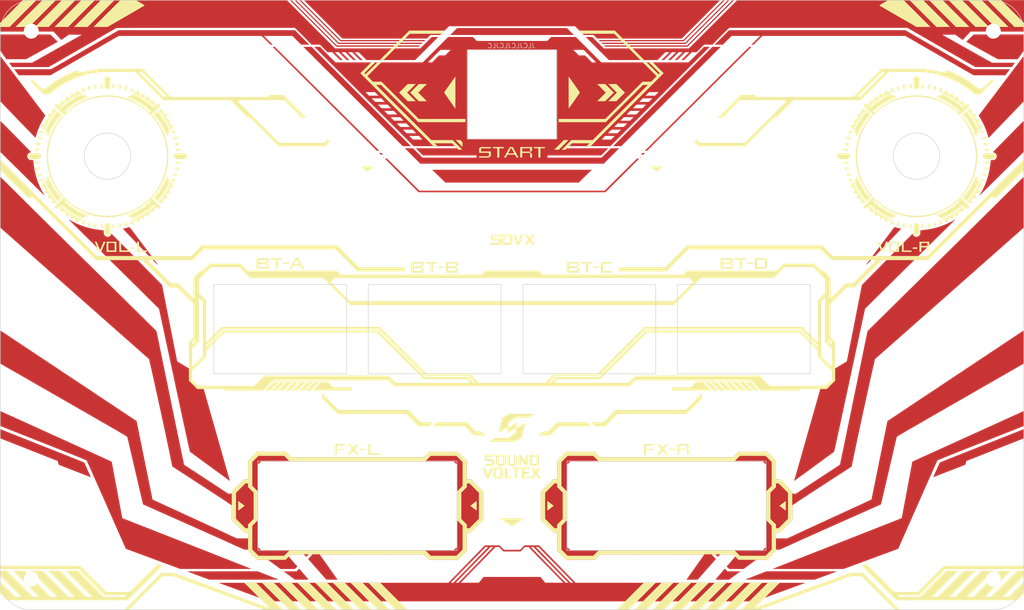
<source format=kicad_pcb>
(kicad_pcb (version 20211014) (generator pcbnew)
  (layers (0 "F.Cu" signal) (31 "B.Cu" signal) (34 "B.Paste" user) (35 "F.Paste" user) (36 "B.SilkS" user "B.Silkscreen") (37 "F.SilkS" user "F.Silkscreen") (38 "B.Mask" user) (39 "F.Mask" user) (44 "Edge.Cuts" user))
  (net 0 "")
  (footprint "Graphics:SDVX-Pico-Plate_F.Mask" (layer "F.Cu") (at 148.14 89.09)
    (fp_text reference "G***" hide)
    (fp_text value "LOGO" hide)
  )
  (footprint "Graphics:SDVX-Pico-Plate_SilkScreen" (layer "F.Cu") (at 148.14 89.09)
    (fp_text reference "G***" hide)
    (fp_text value "LOGO" hide)
  )
  (footprint "Graphics:SDVX-Pico-Plate_B.Mask" (layer "F.Cu") (at 148.14 89.09)
    (fp_text reference "G***" hide)
    (fp_text value "LOGO" hide)
  )
  (footprint "Graphics:SDVX-Pico-Plate2_EDGES-CUT_1mm" (layer "F.Cu") (at 148.138659 89.086635)
    (fp_text reference "G***" hide)
    (fp_text value "SDVX-Pico-Plate2_EDGES-CUT_1mm")
    (fp_line (start 103.86 -65.84) (end -103.89 -65.84) (layer "Edge.Cuts") (width 0.12))
    (fp_line (start 110.48 59.34) (end 110.48 -59.24) (layer "Edge.Cuts") (width 0.12))
    (fp_line (start -110.46 -59.213171) (end -110.460007 59.33) (layer "Edge.Cuts") (width 0.12))
    (fp_line (start -103.96 65.829999) (end 103.893804 65.83) (layer "Edge.Cuts") (width 0.12))
    (fp_rect (start -9.65 -55.16) (end 9.65 -35.85) (layer "Edge.Cuts") (width 0.12) (fill none))
    (fp_rect (start -54.87 33.73) (end -11.87 53.03) (layer "Edge.Cuts") (width 0.12) (fill none))
    (fp_rect (start 35.7 -4.43) (end 64.36 14.87) (layer "Edge.Cuts") (width 0.12) (fill none))
    (fp_rect (start -31.03 -4.43) (end -2.37 14.87) (layer "Edge.Cuts") (width 0.12) (fill none))
    (fp_rect (start 11.87 33.73) (end 54.87 53.03) (layer "Edge.Cuts") (width 0.12) (fill none))
    (fp_rect (start -64.36 -4.43) (end -35.7 14.87) (layer "Edge.Cuts") (width 0.12) (fill none))
    (fp_rect (start 2.37 -4.43) (end 31.03 14.87) (layer "Edge.Cuts") (width 0.12) (fill none))
    (fp_arc (start 103.86 -65.84) (mid 108.506804 -63.880855) (end 110.48 -59.24) (layer "Edge.Cuts") (width 0.12))
    (fp_arc (start 110.48 59.34) (mid 108.518174 63.936004) (end 103.893804 65.83) (layer "Edge.Cuts") (width 0.12))
    (fp_arc (start -103.96 65.829999) (mid -108.556198 63.926196) (end -110.460007 59.33) (layer "Edge.Cuts") (width 0.12))
    (fp_arc (start -110.46 -59.213171) (mid -108.523279 -63.863302) (end -103.89 -65.84) (layer "Edge.Cuts") (width 0.12))
    (fp_circle (center -87.33 -32.16) (end -82.33 -32.23) (layer "Edge.Cuts") (width 0.12) (fill none))
    (fp_circle (center 87.33 -32.16) (end 92.33 -32.23) (layer "Edge.Cuts") (width 0.12) (fill none))
    (pad "" np_thru_hole circle locked (at -103.78 -59.16) (size 3.2 3.2) (drill 3.2) (layers *.Cu *.Mask))
    (pad "" np_thru_hole circle locked (at -103.77863 59.25) (size 3.2 3.2) (drill 3.2) (layers *.Cu *.Mask))
    (pad "" np_thru_hole circle locked (at 103.90137 59.25) (size 3.2 3.2) (drill 3.2) (layers *.Cu *.Mask))
    (pad "" np_thru_hole circle locked (at -103.78 -59.16) (size 3.2 3.2) (drill 3.2) (layers *.Cu *.Mask))
    (pad "" np_thru_hole circle locked (at 103.90137 59.25) (size 3.2 3.2) (drill 3.2) (layers *.Cu *.Mask))
    (pad "" np_thru_hole circle locked (at -103.77863 59.25) (size 3.2 3.2) (drill 3.2) (layers *.Cu *.Mask))
    (pad "" np_thru_hole circle locked (at 103.9 -59.16) (size 3.2 3.2) (drill 3.2) (layers *.Cu *.Mask))
    (pad "" np_thru_hole circle locked (at 103.9 -59.16) (size 3.2 3.2) (drill 3.2) (layers *.Cu *.Mask))
  )
  (footprint "Graphics:SDVX-Pico-Plate_F.Cu" (layer "F.Cu") (at 148.14 89.09)
    (fp_text reference "G***" hide)
    (fp_text value "LOGO" hide)
    (fp_poly (pts (xy -32.552207 -45.058904) (xy -21.823949 -34.330594) (xy -23.602335 -34.330594) (xy -34.330593 -45.058904) (xy -45.058852 -55.787215) (xy -43.280465 -55.787215)) (layer "F.Cu") (width 0) (fill solid))
    (fp_poly (pts (xy -41.289498 -61.566971) (xy -36.978973 -57.256317) (xy -18.696552 -57.256317) (xy -18.827702 -57.121004) (xy -18.958851 -56.985692) (xy -37.05629 -56.985692) (xy -41.502131 -61.431659) (xy -45.947971 -65.877625) (xy -45.600022 -65.877625)) (layer "F.Cu") (width 0) (fill solid))
    (fp_poly (pts (xy 27.793811 -32.008637) (xy 27.821853 -31.993769) (xy 27.796286 -31.9545) (xy 27.777626 -31.933638) (xy 27.723833 -31.876823) (xy 27.700305 -31.856317) (xy 27.672272 -31.881328) (xy 27.622983 -31.933638) (xy 27.581987 -31.983826) (xy 27.590597 -32.00561) (xy 27.660667 -32.010843) (xy 27.700305 -32.010959)) (layer "F.Cu") (width 0) (fill solid))
    (fp_poly (pts (xy 14.401066 -26.446105) (xy -14.401065 -26.446105) (xy -15.812176 -27.834903) (xy -17.223288 -29.223701) (xy 17.223288 -29.223701)) (layer "F.Cu") (width 0) (fill solid))
    (fp_poly (pts (xy 42.217352 -61.141705) (xy 37.481549 -56.405784) (xy 19.53876 -56.405784) (xy 19.40761 -56.541096) (xy 19.276461 -56.676408) (xy 37.404232 -56.676408) (xy 42.004719 -61.277017) (xy 46.605206 -65.877625) (xy 46.953154 -65.877625)) (layer "F.Cu") (width 0) (fill solid))
    (fp_poly (pts (xy -95.298326 -18.264649) (xy -94.326206 -17.75087) (xy -93.319804 -17.305838) (xy -92.281738 -16.930354) (xy -91.214626 -16.625216) (xy -90.121086 -16.391224) (xy -89.003736 -16.229179) (xy -88.465068 -16.177614) (xy -88.146119 -16.152074) (xy -88.14527 -15.779157) (xy -88.134879 -15.527333) (xy -88.100439 -15.332585) (xy -88.035093 -15.176602) (xy -87.931984 -15.041075) (xy -87.834473 -14.949261) (xy -87.619472 -14.810332) (xy -87.391726 -14.743227) (xy -87.162756 -14.746607) (xy -86.944087 -14.819131) (xy -86.747243 -14.959457) (xy -86.634659 -15.088864) (xy -86.568485 -15.193607) (xy -86.528146 -15.283273) (xy -86.522374 -15.313108) (xy -86.50503 -15.383452) (xy -86.48721 -15.40408) (xy -86.456837 -15.379267) (xy -86.375036 -15.302035) (xy -86.244552 -15.175141) (xy -86.068128 -15.001337) (xy -85.848508 -14.78338) (xy -85.588435 -14.524023) (xy -85.290653 -14.226021) (xy -84.957906 -13.892129) (xy -84.592937 -13.525103) (xy -84.19849 -13.127695) (xy -83.77731 -12.702662) (xy -83.332139 -12.252758) (xy -82.865721 -11.780738) (xy -82.3808 -11.289356) (xy -81.88012 -10.781367) (xy -81.628131 -10.525463) (xy -81.10994 -9.99907) (xy -80.600075 -9.481149) (xy -80.101753 -8.974969) (xy -79.618192 -8.483797) (xy -79.152609 -8.010901) (xy -78.708224 -7.55955) (xy -78.288253 -7.133012) (xy -77.895914 -6.734554) (xy -77.534425 -6.367444) (xy -77.207005 -6.034952) (xy -76.916871 -5.740344) (xy -76.66724 -5.486888) (xy -76.461332 -5.277853) (xy -76.302362 -5.116508) (xy -76.193551 -5.006118) (xy -76.173253 -4.985539) (xy -75.54229 -4.345964) (xy -73.918786 3.879705) (xy -73.763939 4.664413) (xy -73.613103 5.429099) (xy -73.46696 6.170295) (xy -73.326192 6.884535) (xy -73.191479 7.56835) (xy -73.063505 8.218274) (xy -72.942949 8.83084) (xy -72.830494 9.40258) (xy -72.72682 9.930027) (xy -72.63261 10.409714) (xy -72.548545 10.838174) (xy -72.475307 11.211939) (xy -72.413576 11.527543) (xy -72.364035 11.781517) (xy -72.327364 11.970396) (xy -72.304245 12.090711) (xy -72.295361 12.138995) (xy -72.295281 12.139739) (xy -72.26324 12.166609) (xy -72.171903 12.228463) (xy -72.028453 12.320798) (xy -71.840075 12.439112) (xy -71.61395 12.5789) (xy -71.357262 12.735661) (xy -71.077193 12.90489) (xy -71.019482 12.93955) (xy -69.743683 13.704996) (xy -69.743683 16.334711) (xy -68.844523 17.233261) (xy -67.945362 18.131811) (xy -66.552565 18.131811) (xy -63.724631 28.077166) (xy -63.481572 28.932067) (xy -63.244126 29.767437) (xy -63.013156 30.58023) (xy -62.789527 31.367399) (xy -62.5741 32.125898) (xy -62.367741 32.852681) (xy -62.171314 33.5447) (xy -61.985681 34.19891) (xy -61.811707 34.812263) (xy -61.650255 35.381714) (xy -61.50219 35.904216) (xy -61.368375 36.376722) (xy -61.249673 36.796186) (xy -61.146948 37.159561) (xy -61.061065 37.463801) (xy -60.992886 37.705859) (xy -60.943277 37.88269) (xy -60.913099 37.991245) (xy -60.903218 38.028479) (xy -60.903219 38.02848) (xy -60.934398 38.008953) (xy -61.013337 37.951532) (xy -61.126875 37.865939) (xy -61.219026 37.795139) (xy -61.288921 37.742428) (xy -61.417185 37.647179) (xy -61.59971 37.512404) (xy -61.832385 37.341116) (xy -62.1111 37.136328) (xy -62.431746 36.901051) (xy -62.790213 36.638299) (xy -63.182391 36.351084) (xy -63.60417 36.042418) (xy -64.05144 35.715314) (xy -64.520092 35.372784) (xy -65.006015 35.017841) (xy -65.49102 34.663774) (xy -65.984577 34.303444) (xy -66.461474 33.955037) (xy -66.91791 33.621342) (xy -67.350087 33.305146) (xy -67.754205 33.009238) (xy -68.126466 32.736405) (xy -68.463068 32.489434) (xy -68.760215 32.271113) (xy -69.014105 32.084231) (xy -69.22094 31.931574) (xy -69.37692 31.815931) (xy -69.478247 31.740089) (xy -69.52112 31.706836) (xy -69.521757 31.70625) (xy -69.531936 31.681133) (xy -69.550293 31.616691) (xy -69.577162 31.511392) (xy -69.612879 31.363699) (xy -69.657778 31.172079) (xy -69.712194 30.934998) (xy -69.77646 30.65092) (xy -69.850913 30.318311) (xy -69.935886 29.935637) (xy -70.031714 29.501363) (xy -70.138732 29.013955) (xy -70.257274 28.471878) (xy -70.387675 27.873598) (xy -70.53027 27.21758) (xy -70.685393 26.50229) (xy -70.853379 25.726193) (xy -71.034562 24.887755) (xy -71.229278 23.985441) (xy -71.437861 23.017717) (xy -71.660645 21.983048) (xy -71.897965 20.8799) (xy -72.150155 19.706739) (xy -72.417551 18.462029) (xy -72.700487 17.144236) (xy -72.89541 16.235997) (xy -73.126117 15.16091) (xy -73.352722 14.105024) (xy -73.574686 13.07085) (xy -73.79147 12.0609) (xy -74.002534 11.077688) (xy -74.207338 10.123724) (xy -74.405342 9.201521) (xy -74.596006 8.313592) (xy -74.778792 7.462447) (xy -74.953159 6.6506) (xy -75.118567 5.880563) (xy -75.274477 5.154847) (xy -75.420349 4.475964) (xy -75.555644 3.846428) (xy -75.679821 3.268749) (xy -75.792341 2.74544) (xy -75.892664 2.279014) (xy -75.980251 1.871981) (xy -76.054561 1.526855) (xy -76.115056 1.246147) (xy -76.161195 1.03237) (xy -76.192439 0.888035) (xy -76.208248 0.815655) (xy -76.210183 0.807226) (xy -76.238066 0.778513) (xy -76.318922 0.697479) (xy -76.450713 0.566143) (xy -76.631401 0.386521) (xy -76.85895 0.160629) (xy -77.13132 -0.109516) (xy -77.446475 -0.421897) (xy -77.802377 -0.774496) (xy -78.196989 -1.165299) (xy -78.628273 -1.592286) (xy -79.094191 -2.053443) (xy -79.592706 -2.546752) (xy -80.12178 -3.070197) (xy -80.679376 -3.62176) (xy -81.263456 -4.199425) (xy -81.871983 -4.801176) (xy -82.502918 -5.424995) (xy -83.154225 -6.068865) (xy -83.823866 -6.730771) (xy -84.509802 -7.408695) (xy -85.209998 -8.10062) (xy -85.227245 -8.117663) (xy -85.936475 -8.818485) (xy -86.635673 -9.50943) (xy -87.322571 -10.188254) (xy -87.994902 -10.852716) (xy -88.650398 -11.500574) (xy -89.286791 -12.129584) (xy -89.901814 -12.737506) (xy -90.493199 -13.322098) (xy -91.058678 -13.881116) (xy -91.595983 -14.412319) (xy -92.102847 -14.913465) (xy -92.577002 -15.382311) (xy -93.016181 -15.816616) (xy -93.418114 -16.214138) (xy -93.780536 -16.572634) (xy -94.101178 -16.889862) (xy -94.377772 -17.16358) (xy -94.608052 -17.391546) (xy -94.789748 -17.571518) (xy -94.920593 -17.701254) (xy -94.989041 -17.769265) (xy -95.742922 -18.519955)) (layer "F.Cu") (width 0) (fill solid))
    (fp_poly (pts (xy 27.34597 -31.513274) (xy 20.161492 -24.359838) (xy -20.161492 -24.359838) (xy -27.34597 -31.513274) (xy -27.105338 -31.753906) (xy -25.605104 -30.280503) (xy -25.310817 -29.990872) (xy -24.971514 -29.655888) (xy -24.596719 -29.285009) (xy -24.195954 -28.887692) (xy -23.778741 -28.473395) (xy -23.354605 -28.051576) (xy -22.933066 -27.631692) (xy -22.523648 -27.223202) (xy -22.135873 -26.835562) (xy -22.055997 -26.755605) (xy -20.007123 -24.70411) (xy 20.007123 -24.70411) (xy 22.055997 -26.755605) (xy 22.437855 -27.137508) (xy 22.843411 -27.542301) (xy 23.263141 -27.960528) (xy 23.687523 -28.382729) (xy 24.107034 -28.799448) (xy 24.512152 -29.201227) (xy 24.893354 -29.578608) (xy 25.241117 -29.922134) (xy 25.545919 -30.222347) (xy 25.605104 -30.280503) (xy 27.105338 -31.753906)) (layer "F.Cu") (width 0) (fill solid))
    (fp_poly (pts (xy 92.194227 -55.168664) (xy 99.492999 -50.954679) (xy 103.484982 -50.954661) (xy 107.476965 -50.954642) (xy 107.334773 -50.751674) (xy 107.258228 -50.644862) (xy 107.148291 -50.494644) (xy 107.018351 -50.319177) (xy 106.8818 -50.136616) (xy 106.850046 -50.094444) (xy 106.507512 -49.640183) (xy 103.077576 -49.641361) (xy 99.647641 -49.642539) (xy 99.145053 -49.925191) (xy 99.061931 -49.972442) (xy 98.915296 -50.056386) (xy 98.708588 -50.175042) (xy 98.445247 -50.326426) (xy 98.128714 -50.508556) (xy 97.762429 -50.719447) (xy 97.34983 -50.957119) (xy 96.89436 -51.219587) (xy 96.399456 -51.50487) (xy 95.868561 -51.810983) (xy 95.305113 -52.135945) (xy 94.712552 -52.477773) (xy 94.094319 -52.834483) (xy 93.453854 -53.204093) (xy 92.794597 -53.58462) (xy 92.119987 -53.974081) (xy 91.769111 -54.176676) (xy 84.895755 -58.14551) (xy 54.066227 -58.14551) (xy 53.119635 -57.198326) (xy 52.173042 -56.251141) (xy 51.670455 -56.251141) (xy 52.617047 -57.198326) (xy 53.56364 -58.14551) (xy 47.416608 -58.14551) (xy 46.470015 -57.198326) (xy 45.523423 -56.251141) (xy 43.744803 -56.251141) (xy 45.310198 -57.816895) (xy 46.875593 -59.382648) (xy 84.895455 -59.382648)) (layer "F.Cu") (width 0) (fill solid))
    (fp_poly (pts (xy -7.598122 -57.063014) (xy 7.598122 -57.063014) (xy 8.446018 -57.913546) (xy 13.7827 -57.913546) (xy 19.272094 -52.423744) (xy 38.100333 -52.423744) (xy 39.781735 -54.105479) (xy 41.463137 -55.787215) (xy 42.700557 -55.787215) (xy 31.972298 -45.058904) (xy 21.24404 -34.330594) (xy 12.349634 -34.330594) (xy 12.120091 -34.09863) (xy 11.890548 -33.866667) (xy 20.779336 -33.866667) (xy 20.006849 -33.093455) (xy 19.234363 -32.320243) (xy 7.654795 -32.320243) (xy 7.654795 -31.856317) (xy 19.350177 -31.856317) (xy 20.354795 -32.861492) (xy 21.359412 -33.866667) (xy 23.138019 -33.866667) (xy 21.475951 -32.204262) (xy 19.813884 -30.541857) (xy -19.813883 -30.541857) (xy -23.138019 -33.866667) (xy -21.359412 -33.866667) (xy -20.354794 -32.861492) (xy -19.350177 -31.856317) (xy -7.654794 -31.856317) (xy -7.654794 -32.320243) (xy -19.234363 -32.320243) (xy -20.006849 -33.093455) (xy -20.779336 -33.866667) (xy -11.890548 -33.866667) (xy -12.120091 -34.09863) (xy -12.349634 -34.330594) (xy -21.24404 -34.330594) (xy -23.447682 -36.534247) (xy -22.170391 -36.534247) (xy -21.400081 -35.761035) (xy -19.35107 -35.761035) (xy 19.35107 -35.761035) (xy 21.400081 -35.761035) (xy 22.170391 -36.534247) (xy 20.12138 -36.534247) (xy 19.35107 -35.761035) (xy -19.35107 -35.761035) (xy -19.505132 -35.915677) (xy -9.587823 -35.915677) (xy 9.587824 -35.915677) (xy 9.587824 -37.114155) (xy 20.704191 -37.114155) (xy 22.753201 -37.114155) (xy 23.523511 -37.887367) (xy 21.474501 -37.887367) (xy 20.704191 -37.114155) (xy 9.587824 -37.114155) (xy 9.587824 -38.467275) (xy 22.057311 -38.467275) (xy 24.106321 -38.467275) (xy 24.491477 -38.853881) (xy 24.876632 -39.240487) (xy 22.827621 -39.240487) (xy 22.057311 -38.467275) (xy 9.587824 -38.467275) (xy 9.587824 -39.820396) (xy 23.410431 -39.820396) (xy 25.459442 -39.820396) (xy 25.844597 -40.207001) (xy 26.229752 -40.593607) (xy 24.180741 -40.593607) (xy 23.795586 -40.207001) (xy 23.410431 -39.820396) (xy 9.587824 -39.820396) (xy 9.587824 -41.173516) (xy 24.763551 -41.173516) (xy 26.812562 -41.173516) (xy 27.197717 -41.560122) (xy 27.582872 -41.946727) (xy 25.533861 -41.946727) (xy 25.148706 -41.560122) (xy 24.763551 -41.173516) (xy 9.587824 -41.173516) (xy 9.587824 -42.526636) (xy 26.116671 -42.526636) (xy 28.165682 -42.526636) (xy 28.935992 -43.299848) (xy 26.886982 -43.299848) (xy 26.501827 -42.913242) (xy 26.116671 -42.526636) (xy 9.587824 -42.526636) (xy 9.587824 -43.879756) (xy 27.469792 -43.879756) (xy 29.518802 -43.879756) (xy 29.903957 -44.266362) (xy 30.289113 -44.652968) (xy 28.240102 -44.652968) (xy 27.469792 -43.879756) (xy 9.587824 -43.879756) (xy 9.587824 -45.232877) (xy 28.822912 -45.232877) (xy 30.871923 -45.232877) (xy 31.257078 -45.619482) (xy 31.642233 -46.006088) (xy 29.593222 -46.006088) (xy 29.208067 -45.619482) (xy 28.822912 -45.232877) (xy 9.587824 -45.232877) (xy 9.587824 -55.091324) (xy -9.587823 -55.091324) (xy -9.587823 -35.915677) (xy -19.505132 -35.915677) (xy -20.12138 -36.534247) (xy -22.170391 -36.534247) (xy -23.447682 -36.534247) (xy -24.800796 -37.887367) (xy -23.523511 -37.887367) (xy -22.753201 -37.114155) (xy -20.70419 -37.114155) (xy -21.089345 -37.500761) (xy -21.474501 -37.887367) (xy -23.523511 -37.887367) (xy -24.800796 -37.887367) (xy -26.153909 -39.240487) (xy -24.876631 -39.240487) (xy -24.106321 -38.467275) (xy -22.057311 -38.467275) (xy -22.827621 -39.240487) (xy -24.876631 -39.240487) (xy -26.153909 -39.240487) (xy -27.507023 -40.593607) (xy -26.229752 -40.593607) (xy -25.844597 -40.207001) (xy -25.459441 -39.820396) (xy -23.410431 -39.820396) (xy -23.795586 -40.207001) (xy -24.180741 -40.593607) (xy -26.229752 -40.593607) (xy -27.507023 -40.593607) (xy -28.860136 -41.946727) (xy -27.582872 -41.946727) (xy -27.197717 -41.560122) (xy -26.812562 -41.173516) (xy -24.763551 -41.173516) (xy -25.148706 -41.560122) (xy -25.533861 -41.946727) (xy -27.582872 -41.946727) (xy -28.860136 -41.946727) (xy -30.213251 -43.299848) (xy -28.935992 -43.299848) (xy -28.165682 -42.526636) (xy -26.116671 -42.526636) (xy -26.886981 -43.299848) (xy -28.935992 -43.299848) (xy -30.213251 -43.299848) (xy -31.566364 -44.652968) (xy -30.289112 -44.652968) (xy -29.518802 -43.879756) (xy -27.469792 -43.879756) (xy -28.240102 -44.652968) (xy -30.289112 -44.652968) (xy -31.566364 -44.652968) (xy -31.972298 -45.058904) (xy -32.919477 -46.006088) (xy -31.642233 -46.006088) (xy -31.257078 -45.619482) (xy -30.871922 -45.232877) (xy -28.822912 -45.232877) (xy -29.208067 -45.619482) (xy -29.593222 -46.006088) (xy -31.642233 -46.006088) (xy -32.919477 -46.006088) (xy -42.700556 -55.787215) (xy -41.463137 -55.787215) (xy -39.781735 -54.105479) (xy -38.100333 -52.423744) (xy -19.272094 -52.423744) (xy -18.150727 -52.423744) (xy -17.261205 -52.423744) (xy -16.508067 -53.177625) (xy -15.754929 -53.931507) (xy -14.43879 -53.931507) (xy -13.242184 -55.129985) (xy 13.242184 -55.129985) (xy 13.840487 -54.530746) (xy 14.438791 -53.931507) (xy 15.754929 -53.931507) (xy 16.508067 -53.177625) (xy 17.261205 -52.423744) (xy 18.150727 -52.423744) (xy 16.798021 -53.776864) (xy 15.445315 -55.129985) (xy 13.242184 -55.129985) (xy -13.242184 -55.129985) (xy -15.445315 -55.129985) (xy -16.798021 -53.776864) (xy -18.150727 -52.423744) (xy -19.272094 -52.423744) (xy -13.7827 -57.913546) (xy -8.446018 -57.913546)) (layer "F.Cu") (width 0) (fill solid))
    (fp_poly (pts (xy 110.529029 -22.268247) (xy 110.527465 -16.759361) (xy 94.475224 -2.559526) (xy 93.513333 -1.708662) (xy 92.565775 -0.87053) (xy 91.634206 -0.046593) (xy 90.720279 0.761689) (xy 89.825647 1.552855) (xy 88.951965 2.325443) (xy 88.100886 3.07799) (xy 87.274063 3.809037) (xy 86.473152 4.517122) (xy 85.699806 5.200783) (xy 84.955678 5.858558) (xy 84.242422 6.488987) (xy 83.561692 7.090608) (xy 82.915142 7.661959) (xy 82.304426 8.201579) (xy 81.731197 8.708007) (xy 81.19711 9.179781) (xy 80.703818 9.615439) (xy 80.252974 10.013521) (xy 79.846233 10.372565) (xy 79.485249 10.69111) (xy 79.171675 10.967693) (xy 78.907166 11.200855) (xy 78.693374 11.389132) (xy 78.531954 11.531064) (xy 78.424559 11.62519) (xy 78.372844 11.670047) (xy 78.368212 11.673832) (xy 78.353912 11.714881) (xy 78.324189 11.827821) (xy 78.279855 12.008947) (xy 78.221722 12.254552) (xy 78.1506 12.560931) (xy 78.067302 12.924377) (xy 77.972638 13.341186) (xy 77.86742 13.807649) (xy 77.752459 14.320062) (xy 77.628568 14.874719) (xy 77.496557 15.467913) (xy 77.357237 16.095938) (xy 77.211421 16.755089) (xy 77.059919 17.441659) (xy 76.903544 18.151942) (xy 76.743106 18.882233) (xy 76.579417 19.628825) (xy 76.413289 20.388012) (xy 76.245532 21.156088) (xy 76.076958 21.929348) (xy 75.90838 22.704084) (xy 75.740607 23.476592) (xy 75.574452 24.243164) (xy 75.410726 25.000096) (xy 75.25024 25.743681) (xy 75.093807 26.470212) (xy 74.942236 27.175985) (xy 74.796341 27.857292) (xy 74.656931 28.510428) (xy 74.524819 29.131688) (xy 74.400817 29.717363) (xy 74.285734 30.26375) (xy 74.180384 30.767141) (xy 74.085577 31.223832) (xy 74.050832 31.39239) (xy 73.946358 31.90014) (xy 73.846316 32.385872) (xy 73.7518 32.8443) (xy 73.663904 33.27014) (xy 73.583722 33.658109) (xy 73.512348 34.002922) (xy 73.450876 34.299294) (xy 73.4004 34.541941) (xy 73.362014 34.72558) (xy 73.336812 34.844926) (xy 73.325887 34.894694) (xy 73.325531 34.895853) (xy 73.293037 34.91705) (xy 73.198935 34.978243) (xy 73.046472 35.077325) (xy 72.838891 35.212189) (xy 72.579438 35.380727) (xy 72.271359 35.580831) (xy 71.917898 35.810394) (xy 71.522301 36.067309) (xy 71.087812 36.349467) (xy 70.617677 36.654763) (xy 70.115141 36.981088) (xy 69.583449 37.326334) (xy 69.025846 37.688394) (xy 68.445577 38.065162) (xy 67.845888 38.454528) (xy 67.50137 38.678213) (xy 66.891154 39.074559) (xy 66.298027 39.460112) (xy 65.725275 39.832721) (xy 65.176185 40.190238) (xy 64.654043 40.530512) (xy 64.162135 40.851394) (xy 63.703749 41.150734) (xy 63.28217 41.426382) (xy 62.900684 41.67619) (xy 62.562579 41.898007) (xy 62.271141 42.089683) (xy 62.029656 42.249069) (xy 61.841411 42.374016) (xy 61.709691 42.462373) (xy 61.637784 42.511992) (xy 61.624962 42.521943) (xy 61.573773 42.564778) (xy 61.469802 42.640461) (xy 61.325493 42.740319) (xy 61.153291 42.855677) (xy 61.035388 42.932859) (xy 60.503805 43.277725) (xy 60.503805 46.451105) (xy 57.855141 49.098935) (xy 56.985693 49.098935) (xy 56.985693 50.413394) (xy 59.420679 50.413394) (xy 60.493825 49.923745) (xy 60.764101 49.799745) (xy 61.013209 49.684161) (xy 61.231976 49.581349) (xy 61.41123 49.495668) (xy 61.541796 49.431477) (xy 61.614502 49.393134) (xy 61.624962 49.386322) (xy 61.665174 49.365844) (xy 61.772443 49.314642) (xy 61.943535 49.234208) (xy 62.175218 49.126036) (xy 62.464259 48.991617) (xy 62.807424 48.832446) (xy 63.201481 48.650014) (xy 63.643197 48.445815) (xy 64.129338 48.221341) (xy 64.656672 47.978084) (xy 65.221966 47.717539) (xy 65.821987 47.441196) (xy 66.453502 47.15055) (xy 67.113277 46.847093) (xy 67.79808 46.532318) (xy 68.504678 46.207717) (xy 69.229838 45.874784) (xy 69.279757 45.851873) (xy 70.010722 45.51633) (xy 70.725926 45.187918) (xy 71.421957 44.868206) (xy 72.095408 44.558764) (xy 72.742868 44.261161) (xy 73.360928 43.976968) (xy 73.946179 43.707754) (xy 74.495212 43.455088) (xy 75.004617 43.220541) (xy 75.470985 43.005683) (xy 75.890907 42.812083) (xy 76.260972 42.64131) (xy 76.577773 42.494935) (xy 76.8379 42.374528) (xy 77.037943 42.281658) (xy 77.174493 42.217895) (xy 77.243836 42.184957) (xy 77.611111 42.004718) (xy 79.325547 33.538052) (xy 79.486641 32.742604) (xy 79.643688 31.967351) (xy 79.795998 31.215689) (xy 79.942881 30.491015) (xy 80.083648 29.796724) (xy 80.217609 29.136215) (xy 80.344075 28.512882) (xy 80.462354 27.930124) (xy 80.571758 27.391336) (xy 80.671598 26.899914) (xy 80.761182 26.459257) (xy 80.839822 26.072759) (xy 80.906827 25.743818) (xy 80.961508 25.47583) (xy 81.003176 25.272192) (xy 81.031139 25.1363) (xy 81.04471 25.071552) (xy 81.045943 25.066307) (xy 81.078548 25.044456) (xy 81.173065 24.981407) (xy 81.327034 24.878796) (xy 81.537997 24.738262) (xy 81.803492 24.561441) (xy 82.121061 24.349969) (xy 82.488243 24.105484) (xy 82.90258 23.829623) (xy 83.361611 23.524022) (xy 83.862877 23.190319) (xy 84.403918 22.830151) (xy 84.982274 22.445154) (xy 85.595487 22.036966) (xy 86.241095 21.607223) (xy 86.91664 21.157563) (xy 87.619662 20.689622) (xy 88.3477 20.205038) (xy 89.098297 19.705447) (xy 89.868991 19.192486) (xy 90.657323 18.667793) (xy 91.460834 18.133004) (xy 92.277063 17.589756) (xy 93.103552 17.039686) (xy 93.93784 16.484431) (xy 94.777469 15.925629) (xy 95.619977 15.364916) (xy 96.462906 14.803928) (xy 97.303795 14.244304) (xy 98.140186 13.68768) (xy 98.969618 13.135693) (xy 99.789633 12.589979) (xy 100.597769 12.052177) (xy 101.391568 11.523922) (xy 102.16857 11.006852) (xy 102.926315 10.502604) (xy 103.662344 10.012814) (xy 104.374196 9.53912) (xy 105.059413 9.083159) (xy 105.715534 8.646568) (xy 106.340101 8.230983) (xy 106.930652 7.838042) (xy 107.484729 7.469381) (xy 107.999872 7.126637) (xy 108.473621 6.811449) (xy 108.903517 6.525451) (xy 109.2871 6.270282) (xy 109.62191 6.047578) (xy 109.905487 5.858977) (xy 110.135373 5.706114) (xy 110.309107 5.590628) (xy 110.424229 5.514156) (xy 110.47828 5.478333) (xy 110.482268 5.475728) (xy 110.490725 5.484433) (xy 110.498186 5.52398) (xy 110.504704 5.59828) (xy 110.510331 5.711245) (xy 110.515118 5.866785) (xy 110.519117 6.068813) (xy 110.52238 6.321239) (xy 110.524959 6.627975) (xy 110.526906 6.992933) (xy 110.528273 7.420023) (xy 110.52911 7.913158) (xy 110.529471 8.476248) (xy 110.529435 9.034629) (xy 110.528276 12.622679) (xy 96.804579 20.509437) (xy 95.662571 21.165738) (xy 94.585692 21.78464) (xy 93.572026 22.367262) (xy 92.619655 22.91472) (xy 91.726664 23.428132) (xy 90.891136 23.908615) (xy 90.111154 24.357286) (xy 89.384802 24.775263) (xy 88.710163 25.163664) (xy 88.085321 25.523604) (xy 87.508358 25.856203) (xy 86.977359 26.162577) (xy 86.490408 26.443843) (xy 86.045586 26.701119) (xy 85.640978 26.935522) (xy 85.274668 27.14817) (xy 84.944739 27.340179) (xy 84.649273 27.512668) (xy 84.386355 27.666753) (xy 84.154069 27.803552) (xy 83.950497 27.924182) (xy 83.773722 28.029761) (xy 83.62183 28.121405) (xy 83.492902 28.200233) (xy 83.385022 28.267362) (xy 83.296275 28.323908) (xy 83.224742 28.370989) (xy 83.168508 28.409723) (xy 83.125657 28.441227) (xy 83.09427 28.466618) (xy 83.072433 28.487014) (xy 83.058229 28.503532) (xy 83.04974 28.517288) (xy 83.04505 28.529402) (xy 83.044458 28.531507) (xy 83.032123 28.582481) (xy 83.003199 28.705038) (xy 82.958556 28.895437) (xy 82.899066 29.149937) (xy 82.825597 29.464797) (xy 82.739022 29.836274) (xy 82.640209 30.260629) (xy 82.530029 30.734119) (xy 82.409353 31.253004) (xy 82.279051 31.813542) (xy 82.139993 32.411993) (xy 81.99305 33.044615) (xy 81.839091 33.707666) (xy 81.678987 34.397406) (xy 81.513609 35.110094) (xy 81.343826 35.841988) (xy 81.340185 35.857687) (xy 81.170658 36.588144) (xy 81.005611 37.298424) (xy 80.845904 37.98486) (xy 80.692396 38.643787) (xy 80.545948 39.271541) (xy 80.407421 39.864456) (xy 80.277674 40.418867) (xy 80.157569 40.93111) (xy 80.047965 41.397518) (xy 79.949723 41.814427) (xy 79.863703 42.178172) (xy 79.790765 42.485087) (xy 79.73177 42.731508) (xy 79.687578 42.91377) (xy 79.659049 43.028207) (xy 79.647044 43.071153) (xy 79.646898 43.071355) (xy 79.60979 43.088874) (xy 79.505017 43.13646) (xy 79.335572 43.212777) (xy 79.104447 43.316492) (xy 78.814635 43.446268) (xy 78.469129 43.600771) (xy 78.070921 43.778667) (xy 77.623005 43.978621) (xy 77.128374 44.199299) (xy 76.590019 44.439364) (xy 76.010933 44.697484) (xy 75.394111 44.972322) (xy 74.742543 45.262545) (xy 74.059223 45.566817) (xy 73.347144 45.883804) (xy 72.609299 46.212171) (xy 71.848679 46.550584) (xy 71.068279 46.897707) (xy 70.729528 47.048356) (xy 69.94006 47.3995) (xy 69.168311 47.742901) (xy 68.417324 48.0772) (xy 67.690142 48.401039) (xy 66.989806 48.713059) (xy 66.31936 49.0119) (xy 65.681845 49.296204) (xy 65.080304 49.564611) (xy 64.51778 49.815762) (xy 63.997315 50.048299) (xy 63.521952 50.260862) (xy 63.094732 50.452092) (xy 62.718699 50.620631) (xy 62.396895 50.765119) (xy 62.132361 50.884198) (xy 61.928142 50.976507) (xy 61.787278 51.040689) (xy 61.712813 51.075384) (xy 61.702283 51.080712) (xy 61.64167 51.111165) (xy 61.517496 51.169797) (xy 61.336854 51.253377) (xy 61.106837 51.358674) (xy 60.83454 51.482459) (xy 60.527055 51.621501) (xy 60.191477 51.772569) (xy 59.834897 51.932434) (xy 59.674949 52.003938) (xy 57.782926 52.849011) (xy 56.985693 52.849011) (xy 56.985693 52.974379) (xy 56.981187 53.0122) (xy 56.964192 53.056108) (xy 56.929487 53.111995) (xy 56.871853 53.185755) (xy 56.786069 53.283281) (xy 56.666917 53.410466) (xy 56.509177 53.573204) (xy 56.307629 53.777387) (xy 56.057054 54.028908) (xy 56.009797 54.076205) (xy 55.033902 55.052664) (xy 52.671424 55.052664) (xy 51.339441 56.037712) (xy 50.007458 57.022761) (xy 46.873878 57.024353) (xy 46.338718 56.485061) (xy 46.417551 56.397097) (xy 46.461213 56.347214) (xy 46.548681 56.246314) (xy 46.673372 56.102025) (xy 46.828702 55.921976) (xy 47.008089 55.713797) (xy 47.204947 55.485118) (xy 47.338832 55.329473) (xy 48.18128 54.349814) (xy 47.935669 54.102) (xy 47.690057 53.854186) (xy 44.94927 53.854186) (xy 44.685541 54.134475) (xy 44.421813 54.414764) (xy 44.145106 54.133225) (xy 43.868399 53.851685) (xy 43.469939 53.862601) (xy 43.07148 53.873516) (xy 44.02563 54.88158) (xy 42.04866 57.111835) (xy 40.07169 59.342089) (xy 38.861265 59.343039) (xy 38.5099 59.34268) (xy 38.229657 59.340832) (xy 38.014347 59.337253) (xy 37.857778 59.331702) (xy 37.753763 59.323935) (xy 37.696111 59.313713) (xy 37.678633 59.300791) (xy 37.679959 59.296873) (xy 37.706292 59.258885) (xy 37.774113 59.162552) (xy 37.880107 59.012548) (xy 38.020959 58.81355) (xy 38.193356 58.57023) (xy 38.393983 58.287265) (xy 38.619527 57.969328) (xy 38.866673 57.621094) (xy 39.132107 57.247238) (xy 39.412516 56.852435) (xy 39.619116 56.561637) (xy 41.529154 53.873516) (xy 19.041346 53.854054) (xy 17.840978 55.052664) (xy 11.695383 55.052664) (xy 10.718924 54.076768) (xy 9.742466 53.100873) (xy 9.742466 52.248319) (xy 11.868798 52.248319) (xy 12.225644 52.606656) (xy 12.582491 52.964992) (xy 54.142687 52.964992) (xy 54.501024 52.608146) (xy 54.859361 52.251299) (xy 54.859361 34.506019) (xy 54.502514 34.147682) (xy 54.145667 33.789346) (xy 12.585471 33.789346) (xy 12.227134 34.146192) (xy 11.868798 34.503039) (xy 11.868798 52.248319) (xy 9.742466 52.248319) (xy 9.742466 49.098935) (xy 8.872183 49.098935) (xy 6.224353 46.450271) (xy 6.224353 40.304067) (xy 8.872183 37.655403) (xy 9.742466 37.655403) (xy 9.742466 33.653465) (xy 10.718924 32.67757) (xy 11.695383 31.701674) (xy 17.842793 31.701674) (xy 19.039399 32.900152) (xy 47.688759 32.900152) (xy 48.287063 32.300913) (xy 48.885366 31.701674) (xy 55.033902 31.701674) (xy 56.009797 32.678133) (xy 56.985693 33.654591) (xy 56.985693 37.655403) (xy 57.855976 37.655403) (xy 59.179891 38.979735) (xy 60.503805 40.304067) (xy 60.503805 40.74825) (xy 60.930829 40.74825) (xy 61.119331 40.747212) (xy 61.247263 40.742025) (xy 61.331366 40.729582) (xy 61.388384 40.706775) (xy 61.435061 40.670495) (xy 61.455188 40.650915) (xy 61.498537 40.618563) (xy 61.602872 40.546379) (xy 61.764462 40.436835) (xy 61.979571 40.292404) (xy 62.244466 40.115561) (xy 62.555413 39.908779) (xy 62.90868 39.674529) (xy 63.300531 39.415287) (xy 63.727234 39.133525) (xy 64.185054 38.831716) (xy 64.670259 38.512334) (xy 65.179115 38.177852) (xy 65.707887 37.830743) (xy 66.160356 37.53408) (xy 66.70128 37.179562) (xy 67.224519 36.836534) (xy 67.726417 36.507396) (xy 68.203321 36.194549) (xy 68.651576 35.900394) (xy 69.067527 35.627332) (xy 69.44752 35.377763) (xy 69.7879 35.154088) (xy 70.085012 34.958708) (xy 70.335203 34.794023) (xy 70.534818 34.662434) (xy 70.680201 34.566343) (xy 70.767699 34.508149) (xy 70.793864 34.490243) (xy 70.803415 34.451034) (xy 70.827968 34.338686) (xy 70.866986 34.155804) (xy 70.919929 33.904991) (xy 70.986258 33.588852) (xy 71.065435 33.209991) (xy 71.156921 32.771013) (xy 71.260176 32.274521) (xy 71.374661 31.723119) (xy 71.499839 31.119412) (xy 71.63517 30.466005) (xy 71.780114 29.7655) (xy 71.934133 29.020504) (xy 72.096689 28.233618) (xy 72.267241 27.407449) (xy 72.445252 26.5446) (xy 72.630182 25.647675) (xy 72.821492 24.719279) (xy 73.018644 23.762015) (xy 73.221099 22.778488) (xy 73.428316 21.771303) (xy 73.639759 20.743063) (xy 73.78314 20.04551) (xy 76.74674 5.625114) (xy 77.584862 4.789312) (xy 77.670779 4.703949) (xy 77.809783 4.566268) (xy 77.999891 4.378223) (xy 78.239119 4.141772) (xy 78.525485 3.85887) (xy 78.857004 3.531475) (xy 79.231695 3.161543) (xy 79.647574 2.75103) (xy 80.102658 2.301893) (xy 80.594964 1.816088) (xy 81.122508 1.295572) (xy 81.683308 0.742301) (xy 82.27538 0.158231) (xy 82.896741 -0.454681) (xy 83.545409 -1.094478) (xy 84.2194 -1.759205) (xy 84.91673 -2.446904) (xy 85.635417 -3.155619) (xy 86.373478 -3.883394) (xy 87.12893 -4.628273) (xy 87.899788 -5.388298) (xy 88.684071 -6.161514) (xy 89.479796 -6.945964) (xy 89.924505 -7.384353) (xy 90.753149 -8.201291) (xy 91.583541 -9.020118) (xy 92.413093 -9.838278) (xy 93.239216 -10.653212) (xy 94.059319 -11.462361) (xy 94.870815 -12.263168) (xy 95.671114 -13.053075) (xy 96.457626 -13.829522) (xy 97.227763 -14.589953) (xy 97.978935 -15.331808) (xy 98.708554 -16.05253) (xy 99.414029 -16.74956) (xy 100.092772 -17.420341) (xy 100.742194 -18.062314) (xy 101.359706 -18.672921) (xy 101.942717 -19.249604) (xy 102.48864 -19.789804) (xy 102.994884 -20.290964) (xy 103.458862 -20.750525) (xy 103.877982 -21.16593) (xy 104.249657 -21.534619) (xy 104.571298 -21.854035) (xy 104.828158 -22.109516) (xy 105.281543 -22.560881) (xy 105.736839 -23.014069) (xy 106.189096 -23.464155) (xy 106.633365 -23.906217) (xy 107.064694 -24.335331) (xy 107.478134 -24.746574) (xy 107.868734 -25.135022) (xy 108.231543 -25.495753) (xy 108.561613 -25.823842) (xy 108.853991 -26.114366) (xy 109.103728 -26.362403) (xy 109.305874 -26.563029) (xy 109.380442 -26.636975) (xy 110.530594 -27.777134)) (layer "F.Cu") (width 0) (fill solid))
    (fp_poly (pts (xy -45.310198 -57.816895) (xy -43.744802 -56.251141) (xy -45.523423 -56.251141) (xy -46.470015 -57.198326) (xy -47.416607 -58.14551) (xy -53.563639 -58.14551) (xy -52.617047 -57.198326) (xy -51.670455 -56.251141) (xy -52.173042 -56.251141) (xy -53.119635 -57.198326) (xy -54.066227 -58.14551) (xy -84.895504 -58.14551) (xy -91.981618 -54.055299) (xy -92.669918 -53.658046) (xy -93.342784 -53.269789) (xy -93.996958 -52.892401) (xy -94.629186 -52.527759) (xy -95.236212 -52.177738) (xy -95.814779 -51.844213) (xy -96.361632 -51.529058) (xy -96.873516 -51.234149) (xy -97.347173 -50.961362) (xy -97.77935 -50.712571) (xy -98.166789 -50.489651) (xy -98.506235 -50.294478) (xy -98.794432 -50.128926) (xy -99.028125 -49.994871) (xy -99.204057 -49.894189) (xy -99.318973 -49.828753) (xy -99.36553 -49.802636) (xy -99.663329 -49.640183) (xy -106.507512 -49.640183) (xy -106.850046 -50.094444) (xy -106.986203 -50.276031) (xy -107.118912 -50.454811) (xy -107.23478 -50.612629) (xy -107.320418 -50.731328) (xy -107.334773 -50.751674) (xy -107.476965 -50.954642) (xy -103.484982 -50.954661) (xy -99.492998 -50.954679) (xy -92.194227 -55.168664) (xy -84.895455 -59.382648) (xy -46.875593 -59.382648)) (layer "F.Cu") (width 0) (fill solid))
    (fp_poly (pts (xy 110.530196 -56.744064) (xy 110.529799 -55.033333) (xy 109.949584 -54.204858) (xy 109.787984 -53.974546) (xy 109.636005 -53.758756) (xy 109.500807 -53.567595) (xy 109.389555 -53.411168) (xy 109.309408 -53.299579) (xy 109.271454 -53.248009) (xy 109.173538 -53.119635) (xy 104.865538 -53.119635) (xy 101.483378 -54.978729) (xy 101.010085 -55.239011) (xy 100.555856 -55.489051) (xy 100.125288 -55.726306) (xy 99.722979 -55.948231) (xy 99.353529 -56.15228) (xy 99.021535 -56.33591) (xy 98.731596 -56.496574) (xy 98.48831 -56.63173) (xy 98.296277 -56.738831) (xy 98.160093 -56.815333) (xy 98.084359 -56.858692) (xy 98.069868 -56.86772) (xy 98.088864 -56.900731) (xy 98.15784 -56.979543) (xy 98.270116 -57.097344) (xy 98.41901 -57.247325) (xy 98.597842 -57.422671) (xy 98.79993 -57.616574) (xy 98.862409 -57.675754) (xy 99.686301 -58.453892) (xy 105.108448 -58.454343) (xy 110.530594 -58.454794)) (layer "F.Cu") (width 0) (fill solid))
    (fp_poly (pts (xy 46.225168 57.232308) (xy 46.502238 57.525969) (xy 49.297286 57.546271) (xy 48.080918 58.445129) (xy 46.86455 59.343988) (xy 45.389562 59.343988) (xy 45.012906 59.34381) (xy 44.706595 59.343063) (xy 44.463655 59.341423) (xy 44.277111 59.338568) (xy 44.139988 59.334177) (xy 44.045311 59.327927) (xy 43.986105 59.319496) (xy 43.955395 59.308562) (xy 43.946206 59.294802) (xy 43.951563 59.277895) (xy 43.951744 59.27757) (xy 43.984621 59.23425) (xy 44.062394 59.139255) (xy 44.179336 58.99936) (xy 44.329721 58.821336) (xy 44.507824 58.611956) (xy 44.70792 58.377993) (xy 44.924281 58.126219) (xy 44.968506 58.074899) (xy 45.948098 56.938646)) (layer "F.Cu") (width 0) (fill solid))
    (fp_poly (pts (xy -48.042503 -52.638374) (xy -47.741229 -52.339248) (xy -47.388623 -51.988891) (xy -46.988084 -51.590688) (xy -46.543013 -51.148027) (xy -46.056809 -50.664293) (xy -45.532871 -50.142872) (xy -44.974599 -49.587151) (xy -44.385393 -49.000514) (xy -43.768653 -48.386349) (xy -43.127777 -47.748041) (xy -42.466166 -47.088976) (xy -41.787219 -46.412541) (xy -41.094336 -45.72212) (xy -40.390916 -45.021102) (xy -39.680359 -44.31287) (xy -38.966065 -43.600812) (xy -38.251433 -42.888313) (xy -37.539863 -42.17876) (xy -36.834754 -41.475538) (xy -36.76621 -41.407171) (xy -28.666819 -33.32865) (xy -28.918113 -33.32874) (xy -29.169406 -33.328831) (xy -40.427038 -44.548358) (xy -51.684669 -55.767884) (xy -51.452037 -55.77947) (xy -51.219404 -55.791056)) (layer "F.Cu") (width 0) (fill solid))
    (fp_poly (pts (xy 70.163383 57.546271) (xy 67.728851 58.445129) (xy 65.294318 59.343988) (xy 57.805531 59.341371) (xy 56.908038 59.340876) (xy 56.059346 59.340042) (xy 55.261493 59.338878) (xy 54.516514 59.337396) (xy 53.826447 59.335606) (xy 53.193329 59.333519) (xy 52.619196 59.331145) (xy 52.106086 59.328495) (xy 51.656035 59.325579) (xy 51.271081 59.322407) (xy 50.953261 59.318991) (xy 50.70461 59.315341) (xy 50.527167 59.311466) (xy 50.422968 59.307379) (xy 50.394051 59.303089) (xy 50.394064 59.303083) (xy 50.443031 59.282919) (xy 50.557559 59.237076) (xy 50.731219 59.168093) (xy 50.957583 59.078508) (xy 51.230223 58.970859) (xy 51.54271 58.847683) (xy 51.888617 58.711519) (xy 52.261514 58.564904) (xy 52.654973 58.410377) (xy 52.688849 58.39708) (xy 54.906313 57.526749)) (layer "F.Cu") (width 0) (fill solid))
    (fp_poly (pts (xy -82.540032 -16.82933) (xy -82.507455 -16.788056) (xy -82.42864 -16.685325) (xy -82.303835 -16.521463) (xy -82.133287 -16.296799) (xy -81.917246 -16.011661) (xy -81.655958 -15.666378) (xy -81.349673 -15.261277) (xy -80.998637 -14.796686) (xy -80.603101 -14.272934) (xy -80.163311 -13.690349) (xy -79.679516 -13.049259) (xy -79.151963 -12.349991) (xy -79.036869 -12.197412) (xy -78.590513 -11.60517) (xy -78.190108 -11.072826) (xy -77.834569 -10.598913) (xy -77.522811 -10.18196) (xy -77.253749 -9.820498) (xy -77.026298 -9.513058) (xy -76.839373 -9.25817) (xy -76.691889 -9.054364) (xy -76.582761 -8.900171) (xy -76.510904 -8.794122) (xy -76.475233 -8.734747) (xy -76.470624 -8.721893) (xy -76.478751 -8.70325) (xy -76.506556 -8.710363) (xy -76.559178 -8.747878) (xy -76.641754 -8.82044) (xy -76.759423 -8.932697) (xy -76.917322 -9.089293) (xy -77.12059 -9.294875) (xy -77.248165 -9.424968) (xy -77.401945 -9.582642) (xy -77.595019 -9.781515) (xy -77.823526 -10.01756) (xy -78.083607 -10.286753) (xy -78.371399 -10.585067) (xy -78.683044 -10.908477) (xy -79.01468 -11.252956) (xy -79.362446 -11.61448) (xy -79.722482 -11.989022) (xy -80.090927 -12.372556) (xy -80.463921 -12.761056) (xy -80.837603 -13.150498) (xy -81.208113 -13.536854) (xy -81.571589 -13.916099) (xy -81.924172 -14.284208) (xy -82.262001 -14.637154) (xy -82.581214 -14.970912) (xy -82.877952 -15.281456) (xy -83.148354 -15.564761) (xy -83.388559 -15.816799) (xy -83.594707 -16.033546) (xy -83.762936 -16.210976) (xy -83.889387 -16.345062) (xy -83.970199 -16.43178) (xy -84.001512 -16.467103) (xy -84.001749 -16.467545) (xy -83.97499 -16.493101) (xy -83.893902 -16.519124) (xy -83.847107 -16.528395) (xy -83.749771 -16.548655) (xy -83.596557 -16.585223) (xy -83.406025 -16.633476) (xy -83.196729 -16.688791) (xy -83.12449 -16.708413) (xy -82.927948 -16.759711) (xy -82.758027 -16.799374) (xy -82.628453 -16.824563) (xy -82.552952 -16.832438)) (layer "F.Cu") (width 0) (fill solid))
    (fp_poly (pts (xy 110.530594 -59.073364) (xy 98.978144 -59.073364) (xy 98.138543 -58.165607) (xy 97.298943 -57.25785) (xy 97.00419 -57.464759) (xy 96.866874 -57.560984) (xy 96.685632 -57.687751) (xy 96.479989 -57.831416) (xy 96.26947 -57.978334) (xy 96.174742 -58.044386) (xy 95.640047 -58.417104) (xy 92.888197 -58.396804) (xy 98.258939 -55.371732) (xy 103.62968 -52.346661) (xy 106.097514 -52.346542) (xy 106.526045 -52.346039) (xy 106.930576 -52.344629) (xy 107.304676 -52.342395) (xy 107.641909 -52.33942) (xy 107.935844 -52.335787) (xy 108.180047 -52.33158) (xy 108.368085 -52.326882) (xy 108.493523 -52.321778) (xy 108.54993 -52.316348) (xy 108.552461 -52.314734) (xy 108.525507 -52.273964) (xy 108.460391 -52.183863) (xy 108.365981 -52.056476) (xy 108.251143 -51.903846) (xy 108.210959 -51.850892) (xy 107.882344 -51.418738) (xy 103.938965 -51.421518) (xy 99.995586 -51.424297) (xy 93.210655 -55.345901) (xy 92.533289 -55.737392) (xy 91.869129 -56.121217) (xy 91.221665 -56.49536) (xy 90.594387 -56.857806) (xy 89.990785 -57.206538) (xy 89.414349 -57.539542) (xy 88.86857 -57.854801) (xy 88.356938 -58.1503) (xy 87.882943 -58.424024) (xy 87.450075 -58.673956) (xy 87.061825 -58.898081) (xy 86.721682 -59.094384) (xy 86.433138 -59.260849) (xy 86.199681 -59.395459) (xy 86.024803 -59.496201) (xy 85.911993 -59.561057) (xy 85.885258 -59.576371) (xy 85.344792 -59.885236) (xy 46.875643 -59.885236) (xy 45.058904 -58.068189) (xy 43.242166 -56.251141) (xy 41.46278 -56.251141) (xy 40.651598 -55.439269) (xy 39.840417 -54.627397) (xy 38.833892 -54.627397) (xy 37.984018 -53.776864) (xy 37.134145 -52.926332) (xy 36.554236 -52.926332) (xy 37.40411 -53.776864) (xy 38.253983 -54.627397) (xy 37.403451 -54.627397) (xy 36.553577 -53.776864) (xy 35.703703 -52.926332) (xy 35.123795 -52.926332) (xy 35.973668 -53.776864) (xy 36.823542 -54.627397) (xy 35.973009 -54.627397) (xy 35.123136 -53.776864) (xy 34.273262 -52.926332) (xy 33.693353 -52.926332) (xy 34.543227 -53.776864) (xy 35.393101 -54.627397) (xy 34.542568 -54.627397) (xy 33.692694 -53.776864) (xy 32.842821 -52.926332) (xy 32.262912 -52.926332) (xy 33.112785 -53.776864) (xy 33.962659 -54.627397) (xy 33.112126 -54.627397) (xy 32.262253 -53.776864) (xy 31.412379 -52.926332) (xy 20.895818 -52.926332) (xy 18.402435 -55.419939) (xy 15.909053 -57.913546) (xy 17.339723 -57.913546) (xy 18.576408 -56.676408) (xy 19.813093 -55.439269) (xy 38.177429 -55.439269) (xy 43.396499 -60.658447) (xy 48.61557 -65.877625) (xy 110.530594 -65.877625)) (layer "F.Cu") (width 0) (fill solid))
    (fp_poly (pts (xy 28.512177 -32.668189) (xy 28.410022 -32.567257) (xy 28.334467 -32.509493) (xy 28.257981 -32.482851) (xy 28.153038 -32.475283) (xy 28.070487 -32.474886) (xy 27.819193 -32.474886) (xy 28.009589 -32.668189) (xy 28.111743 -32.769121) (xy 28.187299 -32.826884) (xy 28.263784 -32.853526) (xy 28.368727 -32.861094) (xy 28.451279 -32.861492) (xy 28.702573 -32.861492)) (layer "F.Cu") (width 0) (fill solid))
    (fp_poly (pts (xy 42.932572 -60.85175) (xy 37.906809 -55.825875) (xy 20.118669 -55.825875) (xy 19.987519 -55.961187) (xy 19.85637 -56.096499) (xy 37.829491 -56.096499) (xy 42.719939 -60.987062) (xy 47.610388 -65.877625) (xy 47.958336 -65.877625)) (layer "F.Cu") (width 0) (fill solid))
    (fp_poly (pts (xy 110.494523 22.908585) (xy 110.504632 22.952586) (xy 110.512763 23.036579) (xy 110.519084 23.166249) (xy 110.523764 23.34728) (xy 110.526972 23.585356) (xy 110.528875 23.88616) (xy 110.529643 24.255378) (xy 110.529638 24.497005) (xy 110.528682 26.115221) (xy 101.207109 29.807306) (xy 100.129981 30.234102) (xy 99.123826 30.633128) (xy 98.187613 31.004798) (xy 97.320312 31.349527) (xy 96.520893 31.667727) (xy 95.788328 31.959814) (xy 95.121586 32.226202) (xy 94.519637 32.467304) (xy 93.981453 32.683535) (xy 93.506002 32.875309) (xy 93.092257 33.043041) (xy 92.739185 33.187143) (xy 92.445759 33.308031) (xy 92.210949 33.406119) (xy 92.033724 33.481821) (xy 91.913055 33.53555) (xy 91.847913 33.567721) (xy 91.835135 33.576712) (xy 91.806049 33.632936) (xy 91.746401 33.759044) (xy 91.656615 33.954083) (xy 91.537118 34.217097) (xy 91.388334 34.547132) (xy 91.210688 34.943232) (xy 91.004606 35.404442) (xy 90.770511 35.929808) (xy 90.508831 36.518373) (xy 90.219988 37.169184) (xy 89.904409 37.881285) (xy 89.562519 38.653721) (xy 89.194742 39.485537) (xy 88.801504 40.375779) (xy 88.38323 41.32349) (xy 87.94639 42.314003) (xy 87.85 42.532462) (xy 87.757747 42.741221) (xy 87.676963 42.923715) (xy 87.614978 43.063381) (xy 87.58711 43.125875) (xy 87.544301 43.22198) (xy 87.471122 43.38693) (xy 87.3675 43.62089) (xy 87.233363 43.924024) (xy 87.068639 44.296493) (xy 86.873256 44.738464) (xy 86.647141 45.250098) (xy 86.390222 45.83156) (xy 86.102427 46.483013) (xy 85.783683 47.204621) (xy 85.433917 47.996548) (xy 85.053059 48.858957) (xy 84.8118 49.405294) (xy 83.370519 52.669188) (xy 71.580061 57.023554) (xy 63.909158 57.023954) (xy 63.145274 57.023912) (xy 62.402394 57.023713) (xy 61.684182 57.023363) (xy 60.9943 57.02287) (xy 60.336414 57.022241) (xy 59.714188 57.021486) (xy 59.131285 57.02061) (xy 58.59137 57.019622) (xy 58.098106 57.018529) (xy 57.655158 57.017339) (xy 57.26619 57.01606) (xy 56.934866 57.014699) (xy 56.664849 57.013264) (xy 56.459805 57.011762) (xy 56.323396 57.010202) (xy 56.259287 57.008591) (xy 56.254626 57.007982) (xy 56.291386 56.992823) (xy 56.397653 56.950366) (xy 56.570964 56.881578) (xy 56.808858 56.78743) (xy 57.108871 56.668891) (xy 57.468543 56.526931) (xy 57.885411 56.362517) (xy 58.357013 56.17662) (xy 58.880886 55.970209) (xy 59.454569 55.744253) (xy 60.0756 55.499721) (xy 60.741516 55.237583) (xy 61.449856 54.958807) (xy 62.198156 54.664364) (xy 62.983957 54.355221) (xy 63.804794 54.032349) (xy 64.658206 53.696717) (xy 65.541731 53.349293) (xy 66.452907 52.991048) (xy 67.389271 52.62295) (xy 68.348362 52.245969) (xy 69.327718 51.861073) (xy 70.091891 51.560781) (xy 71.086064 51.170109) (xy 72.062284 50.786457) (xy 73.018069 50.4108) (xy 73.950935 50.044117) (xy 74.858398 49.687384) (xy 75.737976 49.341578) (xy 76.587185 49.007677) (xy 77.403541 48.686656) (xy 78.184563 48.379495) (xy 78.927766 48.087168) (xy 79.630667 47.810654) (xy 80.290783 47.550929) (xy 80.905631 47.308971) (xy 81.472727 47.085756) (xy 81.989588 46.882261) (xy 82.453732 46.699464) (xy 82.862674 46.538341) (xy 83.213931 46.39987) (xy 83.50502 46.285028) (xy 83.733459 46.194791) (xy 83.896763 46.130137) (xy 83.992449 46.092042) (xy 84.018359 46.081483) (xy 84.100576 46.027093) (xy 84.142384 45.971226) (xy 84.15069 45.92948) (xy 84.172264 45.816681) (xy 84.206178 45.637782) (xy 84.251504 45.397739) (xy 84.307315 45.101505) (xy 84.372683 44.754033) (xy 84.446681 44.360278) (xy 84.528382 43.925194) (xy 84.616858 43.453735) (xy 84.711181 42.950854) (xy 84.810425 42.421506) (xy 84.913662 41.870646) (xy 85.019965 41.303225) (xy 85.128406 40.7242) (xy 85.238057 40.138523) (xy 85.347991 39.551149) (xy 85.457282 38.967032) (xy 85.565001 38.391125) (xy 85.670221 37.828383) (xy 85.772014 37.283759) (xy 85.869454 36.762209) (xy 85.961612 36.268685) (xy 86.047562 35.808141) (xy 86.126375 35.385532) (xy 86.197125 35.005811) (xy 86.258884 34.673934) (xy 86.310725 34.394852) (xy 86.35172 34.173521) (xy 86.380942 34.014895) (xy 86.391099 33.959264) (xy 86.431025 33.8606) (xy 86.521481 33.787976) (xy 86.55462 33.77095) (xy 86.598396 33.750814) (xy 86.70931 33.700184) (xy 86.884225 33.620485) (xy 87.120003 33.513142) (xy 87.413509 33.37958) (xy 87.761607 33.221225) (xy 88.161158 33.039502) (xy 88.609028 32.835836) (xy 89.102078 32.611651) (xy 89.637174 32.368374) (xy 90.211177 32.10743) (xy 90.820953 31.830243) (xy 91.463363 31.538238) (xy 92.135271 31.232842) (xy 92.833541 30.915479) (xy 93.555037 30.587574) (xy 94.296621 30.250553) (xy 95.055157 29.90584) (xy 95.827508 29.554861) (xy 96.610539 29.199041) (xy 97.401111 28.839805) (xy 98.19609 28.478579) (xy 98.992337 28.116787) (xy 99.786718 27.755855) (xy 100.576094 27.397208) (xy 101.357329 27.04227) (xy 102.127288 26.692468) (xy 102.882832 26.349227) (xy 103.620827 26.013971) (xy 104.338134 25.688125) (xy 105.031618 25.373116) (xy 105.698142 25.070368) (xy 106.334569 24.781306) (xy 106.937763 24.507355) (xy 107.504587 24.249941) (xy 108.031905 24.010489) (xy 108.516579 23.790424) (xy 108.955475 23.591171) (xy 109.345454 23.414155) (xy 109.68338 23.260802) (xy 109.966117 23.132536) (xy 110.190528 23.030783) (xy 110.353477 22.956968) (xy 110.451827 22.912517) (xy 110.482268 22.898893)) (layer "F.Cu") (width 0) (fill solid))
    (fp_poly (pts (xy -38.177428 -55.439269) (xy -19.813093 -55.439269) (xy -18.576408 -56.676408) (xy -17.339722 -57.913546) (xy -15.909053 -57.913546) (xy -18.402435 -55.419939) (xy -20.895818 -52.926332) (xy -31.412379 -52.926332) (xy -32.262253 -53.776864) (xy -33.112126 -54.627397) (xy -33.962659 -54.627397) (xy -33.112785 -53.776864) (xy -32.262912 -52.926332) (xy -32.84282 -52.926332) (xy -33.692694 -53.776864) (xy -34.542568 -54.627397) (xy -35.3931 -54.627397) (xy -34.543227 -53.776864) (xy -33.693353 -52.926332) (xy -34.273262 -52.926332) (xy -35.123135 -53.776864) (xy -35.973009 -54.627397) (xy -36.823542 -54.627397) (xy -35.973668 -53.776864) (xy -35.123794 -52.926332) (xy -35.703703 -52.926332) (xy -36.553577 -53.776864) (xy -37.40345 -54.627397) (xy -38.253983 -54.627397) (xy -37.404109 -53.776864) (xy -36.554236 -52.926332) (xy -37.134145 -52.926332) (xy -37.984018 -53.776864) (xy -38.833892 -54.627397) (xy -39.840416 -54.627397) (xy -41.46278 -56.251141) (xy -43.242165 -56.251141) (xy -45.058904 -58.068189) (xy -46.875643 -59.885236) (xy -66.101689 -59.885236) (xy -67.56214 -59.885223) (xy -68.947263 -59.885181) (xy -70.259052 -59.885103) (xy -71.499499 -59.884983) (xy -72.670599 -59.884813) (xy -73.774345 -59.884587) (xy -74.81273 -59.8843) (xy -75.787748 -59.883943) (xy -76.701392 -59.883512) (xy -77.555655 -59.882998) (xy -78.352531 -59.882396) (xy -79.094014 -59.881699) (xy -79.782096 -59.8809) (xy -80.418771 -59.879994) (xy -81.006033 -59.878973) (xy -81.545874 -59.87783) (xy -82.040289 -59.87656) (xy -82.49127 -59.875156) (xy -82.900812 -59.87361) (xy -83.270907 -59.871918) (xy -83.603548 -59.870071) (xy -83.90073 -59.868064) (xy -84.164446 -59.86589) (xy -84.396689 -59.863543) (xy -84.599452 -59.861015) (xy -84.774729 -59.8583) (xy -84.924513 -59.855393) (xy -85.050798 -59.852285) (xy -85.155577 -59.848972) (xy -85.240844 -59.845445) (xy -85.308591 -59.841699) (xy -85.360813 -59.837727) (xy -85.399502 -59.833522) (xy -85.426653 -59.829079) (xy -85.444258 -59.82439) (xy -85.450683 -59.821657) (xy -85.495551 -59.796463) (xy -85.604253 -59.734397) (xy -85.773669 -59.637257) (xy -86.000678 -59.506842) (xy -86.282159 -59.344952) (xy -86.614989 -59.153385) (xy -86.996049 -58.933939) (xy -87.422217 -58.688414) (xy -87.890372 -58.418609) (xy -88.397393 -58.126321) (xy -88.940158 -57.81335) (xy -89.515547 -57.481495) (xy -90.120438 -57.132555) (xy -90.75171 -56.768327) (xy -91.406242 -56.390612) (xy -92.080913 -56.001207) (xy -92.772602 -55.601912) (xy -92.796139 -55.588324) (xy -100.018647 -51.418569) (xy -103.950495 -51.418654) (xy -107.882344 -51.418738) (xy -108.210959 -51.850892) (xy -108.330521 -52.009125) (xy -108.432533 -52.146024) (xy -108.508128 -52.249546) (xy -108.548439 -52.307647) (xy -108.552461 -52.314734) (xy -108.517162 -52.320241) (xy -108.410975 -52.325448) (xy -108.240334 -52.330272) (xy -108.011672 -52.334629) (xy -107.731422 -52.338436) (xy -107.406018 -52.341609) (xy -107.041892 -52.344066) (xy -106.645479 -52.345722) (xy -106.223211 -52.346495) (xy -106.097514 -52.346542) (xy -103.62968 -52.346661) (xy -98.258939 -55.371732) (xy -92.888197 -58.396804) (xy -95.640047 -58.417104) (xy -96.174742 -58.044386) (xy -96.380832 -57.900635) (xy -96.591189 -57.753749) (xy -96.786287 -57.617371) (xy -96.946602 -57.505146) (xy -97.00419 -57.464759) (xy -97.298942 -57.25785) (xy -98.978144 -59.073364) (xy -110.530593 -59.073364) (xy -110.530593 -65.877625) (xy -48.61557 -65.877625)) (layer "F.Cu") (width 0) (fill solid))
    (fp_poly (pts (xy -27.606798 -32.008637) (xy -27.578756 -31.993769) (xy -27.604323 -31.9545) (xy -27.622983 -31.933638) (xy -27.676776 -31.876823) (xy -27.700304 -31.856317) (xy -27.728337 -31.881328) (xy -27.777625 -31.933638) (xy -27.818622 -31.983826) (xy -27.810012 -32.00561) (xy -27.739942 -32.010843) (xy -27.700304 -32.010959)) (layer "F.Cu") (width 0) (fill solid))
    (fp_poly (pts (xy 94.989041 -17.769265) (xy 94.902204 -17.683008) (xy 94.762632 -17.54465) (xy 94.57259 -17.356433) (xy 94.334348 -17.120601) (xy 94.050172 -16.839394) (xy 93.722331 -16.515055) (xy 93.353092 -16.149826) (xy 92.944724 -15.745949) (xy 92.499493 -15.305666) (xy 92.019667 -14.83122) (xy 91.507515 -14.324852) (xy 90.965303 -13.788805) (xy 90.3953 -13.225321) (xy 89.799773 -12.636641) (xy 89.180991 -12.025008) (xy 88.541219 -11.392665) (xy 87.882728 -10.741852) (xy 87.207783 -10.074813) (xy 86.518653 -9.393789) (xy 85.817606 -8.701023) (xy 85.227245 -8.117663) (xy 84.526727 -7.425421) (xy 83.840418 -6.747131) (xy 83.170356 -6.084811) (xy 82.518577 -5.440476) (xy 81.88712 -4.816144) (xy 81.278023 -4.213831) (xy 80.693322 -3.635554) (xy 80.135056 -3.083329) (xy 79.605261 -2.559175) (xy 79.105976 -2.065106) (xy 78.639238 -1.603141) (xy 78.207085 -1.175295) (xy 77.811554 -0.783586) (xy 77.454683 -0.43003) (xy 77.13851 -0.116644) (xy 76.865071 0.154555) (xy 76.636405 0.381551) (xy 76.454549 0.562327) (xy 76.32154 0.694865) (xy 76.239417 0.77715) (xy 76.210217 0.807164) (xy 76.210183 0.807226) (xy 76.20152 0.846295) (xy 76.177179 0.958453) (xy 76.137698 1.141188) (xy 76.083618 1.391987) (xy 76.015479 1.708339) (xy 75.93382 2.087731) (xy 75.83918 2.527652) (xy 75.7321 3.02559) (xy 75.613119 3.579031) (xy 75.482778 4.185465) (xy 75.341615 4.842378) (xy 75.19017 5.54726) (xy 75.028983 6.297597) (xy 74.858594 7.090878) (xy 74.679543 7.924591) (xy 74.492369 8.796223) (xy 74.297612 9.703262) (xy 74.095812 10.643196) (xy 73.887507 11.613514) (xy 73.673239 12.611703) (xy 73.453547 13.63525) (xy 73.22897 14.681644) (xy 73.000049 15.748373) (xy 72.895411 16.235997) (xy 72.602043 17.602825) (xy 72.324436 18.895559) (xy 72.062255 20.115733) (xy 71.815166 21.264881) (xy 71.582833 22.344536) (xy 71.364923 23.356232) (xy 71.161101 24.301502) (xy 70.971032 25.181882) (xy 70.794383 25.998903) (xy 70.630819 26.754101) (xy 70.480004 27.449008) (xy 70.341606 28.085159) (xy 70.215289 28.664086) (xy 70.100718 29.187324) (xy 69.99756 29.656407) (xy 69.90548 30.072868) (xy 69.824143 30.438241) (xy 69.753216 30.75406) (xy 69.692363 31.021858) (xy 69.64125 31.243169) (xy 69.599542 31.419527) (xy 69.566906 31.552465) (xy 69.543006 31.643518) (xy 69.527509 31.694218) (xy 69.521757 31.706286) (xy 69.482411 31.737002) (xy 69.384445 31.810415) (xy 69.231729 31.923686) (xy 69.028131 32.073977) (xy 68.777523 32.258448) (xy 68.483772 32.47426) (xy 68.150749 32.718574) (xy 67.782324 32.988551) (xy 67.382365 33.281352) (xy 66.954743 33.594137) (xy 66.503327 33.924068) (xy 66.031987 34.268305) (xy 65.626332 34.564373) (xy 65.132566 34.924743) (xy 64.649748 35.277323) (xy 64.182287 35.618882) (xy 63.734593 35.946191) (xy 63.311076 36.256017) (xy 62.916146 36.545132) (xy 62.554212 36.810304) (xy 62.229684 37.048304) (xy 61.946972 37.2559) (xy 61.710486 37.429863) (xy 61.524635 37.566963) (xy 61.39383 37.663968) (xy 61.338153 37.705699) (xy 61.180235 37.822816) (xy 61.048401 37.915971) (xy 60.952558 37.978542) (xy 60.902614 38.003902) (xy 60.898176 37.999896) (xy 60.910411 37.958472) (xy 60.942908 37.845745) (xy 60.994793 37.664789) (xy 61.06519 37.418675) (xy 61.153224 37.110477) (xy 61.25802 36.743267) (xy 61.378701 36.320118) (xy 61.514394 35.844103) (xy 61.664223 35.318295) (xy 61.827311 34.745767) (xy 62.002785 34.129591) (xy 62.189768 33.47284) (xy 62.387386 32.778587) (xy 62.594763 32.049906) (xy 62.811023 31.289868) (xy 63.035292 30.501546) (xy 63.266694 29.688014) (xy 63.504354 28.852343) (xy 63.735745 28.038585) (xy 66.552509 18.131811) (xy 67.946584 18.131811) (xy 68.845134 17.232651) (xy 69.743684 16.33349) (xy 69.743684 13.704996) (xy 71.019483 12.93955) (xy 71.303336 12.768382) (xy 71.565233 12.60879) (xy 71.797992 12.465277) (xy 71.99443 12.342345) (xy 72.147362 12.244499) (xy 72.249608 12.17624) (xy 72.293983 12.142072) (xy 72.295282 12.139739) (xy 72.302661 12.099074) (xy 72.324344 11.986021) (xy 72.35965 11.804047) (xy 72.407896 11.55662) (xy 72.468403 11.247207) (xy 72.540487 10.879275) (xy 72.623468 10.456291) (xy 72.716664 9.981722) (xy 72.819394 9.459036) (xy 72.930975 8.8917) (xy 73.050728 8.283181) (xy 73.17797 7.636946) (xy 73.312019 6.956463) (xy 73.452195 6.245198) (xy 73.597815 5.506619) (xy 73.748199 4.744194) (xy 73.902665 3.961388) (xy 73.918786 3.879705) (xy 75.542291 -4.345964) (xy 76.173253 -4.985539) (xy 76.26802 -5.08166) (xy 76.413811 -5.229617) (xy 76.607406 -5.426142) (xy 76.84559 -5.667967) (xy 77.125143 -5.951824) (xy 77.442847 -6.274445) (xy 77.795486 -6.632562) (xy 78.179841 -7.022907) (xy 78.592693 -7.442212) (xy 79.030827 -7.887208) (xy 79.491022 -8.354628) (xy 79.970063 -8.841204) (xy 80.46473 -9.343668) (xy 80.971806 -9.858751) (xy 81.488072 -10.383186) (xy 81.628131 -10.525463) (xy 82.135576 -11.040631) (xy 82.628615 -11.54055) (xy 83.104505 -12.022468) (xy 83.560501 -12.483628) (xy 83.993861 -12.921276) (xy 84.40184 -13.332657) (xy 84.781696 -13.715017) (xy 85.130683 -14.065601) (xy 85.446059 -14.381654) (xy 85.725079 -14.660422) (xy 85.965001 -14.899149) (xy 86.16308 -15.095082) (xy 86.316573 -15.245464) (xy 86.422735 -15.347542) (xy 86.478824 -15.398561) (xy 86.48721 -15.40408) (xy 86.517492 -15.351214) (xy 86.522375 -15.313108) (xy 86.544092 -15.242322) (xy 86.599199 -15.141376) (xy 86.63466 -15.088864) (xy 86.810739 -14.904431) (xy 87.016264 -14.786914) (xy 87.239712 -14.737653) (xy 87.469558 -14.75799) (xy 87.694278 -14.849266) (xy 87.834473 -14.949261) (xy 87.96786 -15.081356) (xy 88.058719 -15.221184) (xy 88.113908 -15.387054) (xy 88.140283 -15.597277) (xy 88.14527 -15.779157) (xy 88.146119 -16.152074) (xy 88.465069 -16.177614) (xy 89.592817 -16.305183) (xy 90.698 -16.505079) (xy 91.778 -16.7765) (xy 92.830198 -17.118649) (xy 93.851977 -17.530725) (xy 94.840717 -18.011928) (xy 95.298326 -18.264649) (xy 95.742922 -18.519955)) (layer "F.Cu") (width 0) (fill solid))
    (fp_poly (pts (xy -99.686301 -58.453892) (xy -98.862409 -57.675754) (xy -98.654786 -57.477716) (xy -98.468468 -57.296243) (xy -98.310134 -57.138146) (xy -98.186468 -57.010237) (xy -98.104148 -56.919327) (xy -98.069856 -56.872228) (xy -98.069867 -56.86772) (xy -98.107454 -56.845288) (xy -98.208225 -56.788199) (xy -98.367582 -56.698997) (xy -98.580927 -56.580227) (xy -98.843662 -56.434434) (xy -99.151188 -56.264161) (xy -99.498906 -56.071955) (xy -99.882218 -55.86036) (xy -100.296526 -55.63192) (xy -100.737231 -55.389179) (xy -101.199736 -55.134684) (xy -101.483378 -54.978729) (xy -104.865537 -53.119635) (xy -109.173538 -53.119635) (xy -109.271454 -53.248009) (xy -109.320071 -53.314315) (xy -109.405786 -53.433916) (xy -109.521438 -53.596705) (xy -109.659865 -53.792579) (xy -109.813905 -54.01143) (xy -109.949584 -54.204858) (xy -110.529799 -55.033333) (xy -110.530196 -56.744064) (xy -110.530593 -58.454794)) (layer "F.Cu") (width 0) (fill solid))
    (fp_poly (pts (xy 110.491717 -53.794098) (xy 110.498121 -53.750278) (xy 110.503788 -53.679003) (xy 110.508757 -53.576581) (xy 110.513069 -53.439319) (xy 110.516763 -53.263524) (xy 110.519879 -53.045504) (xy 110.522455 -52.781567) (xy 110.524533 -52.468019) (xy 110.526151 -52.101169) (xy 110.527349 -51.677324) (xy 110.528166 -51.192791) (xy 110.528643 -50.643877) (xy 110.528819 -50.026891) (xy 110.528734 -49.33814) (xy 110.528604 -48.962242) (xy 110.526614 -44.053729) (xy 107.160764 -40.554947) (xy 106.730612 -40.107764) (xy 106.309035 -39.669414) (xy 105.899844 -39.243864) (xy 105.506848 -38.835079) (xy 105.133858 -38.447024) (xy 104.784684 -38.083667) (xy 104.463136 -37.748972) (xy 104.173024 -37.446905) (xy 103.918159 -37.181433) (xy 103.70235 -36.956521) (xy 103.529408 -36.776135) (xy 103.403143 -36.644241) (xy 103.337051 -36.574994) (xy 103.147012 -36.379494) (xy 103.004562 -36.242383) (xy 102.910164 -36.164072) (xy 102.86428 -36.144976) (xy 102.860365 -36.149728) (xy 102.842869 -36.206537) (xy 102.808595 -36.321576) (xy 102.762285 -36.478808) (xy 102.708682 -36.662199) (xy 102.701576 -36.686607) (xy 102.40091 -37.613238) (xy 102.04476 -38.512562) (xy 101.626946 -39.398583) (xy 101.141287 -40.285305) (xy 101.032449 -40.469004) (xy 100.747691 -40.94364) (xy 105.585089 -47.350587) (xy 106.057024 -47.975576) (xy 106.51691 -48.584468) (xy 106.96255 -49.174361) (xy 107.39175 -49.742354) (xy 107.802313 -50.285547) (xy 108.192044 -50.801037) (xy 108.558747 -51.285924) (xy 108.900228 -51.737307) (xy 109.214289 -52.152283) (xy 109.498737 -52.527953) (xy 109.751374 -52.861414) (xy 109.970006 -53.149766) (xy 110.152437 -53.390107) (xy 110.296471 -53.579536) (xy 110.399914 -53.715151) (xy 110.460568 -53.794052) (xy 110.47654 -53.814144) (xy 110.484537 -53.814156)) (layer "F.Cu") (width 0) (fill solid))
    (fp_poly (pts (xy -110.441058 22.917373) (xy -110.332593 22.966422) (xy -110.160011 23.044616) (xy -109.926448 23.150529) (xy -109.63504 23.282736) (xy -109.288924 23.439812) (xy -108.891236 23.620332) (xy -108.445113 23.822871) (xy -107.953693 24.046003) (xy -107.42011 24.288303) (xy -106.847502 24.548347) (xy -106.239006 24.824709) (xy -105.597757 25.115963) (xy -104.926894 25.420685) (xy -104.229551 25.73745) (xy -103.508866 26.064831) (xy -102.767975 26.401405) (xy -102.010016 26.745746) (xy -101.238123 27.096428) (xy -100.455435 27.452027) (xy -99.665088 27.811118) (xy -98.870217 28.172274) (xy -98.073961 28.534072) (xy -97.279454 28.895085) (xy -96.489835 29.25389) (xy -95.708239 29.609059) (xy -94.937804 29.959169) (xy -94.181665 30.302795) (xy -93.442959 30.63851) (xy -92.724823 30.96489) (xy -92.030394 31.28051) (xy -91.362808 31.583944) (xy -90.725201 31.873767) (xy -90.12071 32.148555) (xy -89.552473 32.406882) (xy -89.023624 32.647322) (xy -88.537301 32.868451) (xy -88.096641 33.068843) (xy -87.70478 33.247074) (xy -87.364855 33.401717) (xy -87.080002 33.531349) (xy -86.853357 33.634543) (xy -86.688058 33.709875) (xy -86.587241 33.755919) (xy -86.55462 33.77095) (xy -86.44814 33.840891) (xy -86.397536 33.930714) (xy -86.391099 33.959264) (xy -86.368305 34.083649) (xy -86.33326 34.273291) (xy -86.286891 34.523236) (xy -86.230127 34.82853) (xy -86.163893 35.184219) (xy -86.089118 35.585349) (xy -86.00673 36.026967) (xy -85.917654 36.504117) (xy -85.82282 37.011846) (xy -85.723154 37.5452) (xy -85.619584 38.099226) (xy -85.513037 38.668968) (xy -85.40444 39.249474) (xy -85.294722 39.835789) (xy -85.184809 40.422959) (xy -85.075628 41.00603) (xy -84.968108 41.580048) (xy -84.863176 42.14006) (xy -84.761759 42.68111) (xy -84.664784 43.198246) (xy -84.573179 43.686513) (xy -84.487872 44.140958) (xy -84.409789 44.556625) (xy -84.339859 44.928562) (xy -84.279008 45.251815) (xy -84.228164 45.521428) (xy -84.188255 45.732449) (xy -84.160207 45.879923) (xy -84.144949 45.958897) (xy -84.142383 45.971226) (xy -84.096064 46.031104) (xy -84.018359 46.081483) (xy -83.975132 46.098971) (xy -83.862422 46.143752) (xy -83.682711 46.214851) (xy -83.438482 46.31129) (xy -83.132218 46.432091) (xy -82.766404 46.576279) (xy -82.343521 46.742875) (xy -81.866054 46.930903) (xy -81.336486 47.139386) (xy -80.757299 47.367347) (xy -80.130978 47.613809) (xy -79.460004 47.877795) (xy -78.746863 48.158327) (xy -77.994036 48.454429) (xy -77.204008 48.765123) (xy -76.37926 49.089434) (xy -75.522278 49.426383) (xy -74.635543 49.774994) (xy -73.72154 50.134289) (xy -72.782751 50.503292) (xy -71.821659 50.881025) (xy -70.840749 51.266512) (xy -70.091891 51.560781) (xy -69.098647 51.951095) (xy -68.123777 52.33424) (xy -67.169743 52.709245) (xy -66.239008 53.075142) (xy -65.334033 53.430961) (xy -64.45728 53.775733) (xy -63.611212 54.108489) (xy -62.79829 54.428259) (xy -62.020978 54.734075) (xy -61.281736 55.024967) (xy -60.583027 55.299966) (xy -59.927313 55.558103) (xy -59.317057 55.798408) (xy -58.754719 56.019913) (xy -58.242763 56.221647) (xy -57.78365 56.402642) (xy -57.379843 56.561929) (xy -57.033804 56.698538) (xy -56.747994 56.8115) (xy -56.524877 56.899846) (xy -56.366913 56.962606) (xy -56.276565 56.998812) (xy -56.254626 57.007982) (xy -56.291028 57.009592) (xy -56.401093 57.011121) (xy -56.581159 57.012565) (xy -56.827568 57.013915) (xy -57.136661 57.015167) (xy -57.504777 57.016315) (xy -57.928258 57.017353) (xy -58.403443 57.018274) (xy -58.926674 57.019072) (xy -59.494291 57.019742) (xy -60.102634 57.020278) (xy -60.748045 57.020673) (xy -61.426863 57.020921) (xy -62.135429 57.021017) (xy -62.870083 57.020955) (xy -63.627167 57.020728) (xy -63.928488 57.020593) (xy -71.618721 57.016833) (xy -77.494609 54.843036) (xy -83.370496 52.669239) (xy -84.811789 49.40532) (xy -85.211172 48.50092) (xy -85.579418 47.6671) (xy -85.916601 46.903695) (xy -86.222792 46.210542) (xy -86.498064 45.587478) (xy -86.742489 45.034338) (xy -86.956139 44.550959) (xy -87.139087 44.137177) (xy -87.291405 43.792829) (xy -87.413166 43.51775) (xy -87.504442 43.311777) (xy -87.565305 43.174747) (xy -87.58711 43.125875) (xy -87.631949 43.025196) (xy -87.700618 42.870317) (xy -87.785787 42.677803) (xy -87.880126 42.46422) (xy -87.94639 42.314003) (xy -88.388951 41.310522) (xy -88.806896 40.363568) (xy -89.199798 39.474097) (xy -89.567233 38.643063) (xy -89.908777 37.871423) (xy -90.224003 37.16013) (xy -90.512487 36.51014) (xy -90.773804 35.922409) (xy -91.007529 35.39789) (xy -91.213236 34.937539) (xy -91.390501 34.54231) (xy -91.538899 34.21316) (xy -91.658004 33.951043) (xy -91.747392 33.756914) (xy -91.806637 33.631728) (xy -91.835135 33.576712) (xy -91.868272 33.556961) (xy -91.956332 33.515893) (xy -92.100346 33.453096) (xy -92.301343 33.368155) (xy -92.560353 33.260656) (xy -92.878406 33.130184) (xy -93.256531 32.976326) (xy -93.695759 32.798668) (xy -94.197118 32.596794) (xy -94.761639 32.370292) (xy -95.390351 32.118747) (xy -96.084284 31.841745) (xy -96.844467 31.538872) (xy -97.671931 31.209713) (xy -98.567705 30.853854) (xy -99.532818 30.470882) (xy -100.568301 30.060382) (xy -101.207108 29.807306) (xy -110.528682 26.115221) (xy -110.529638 24.497005) (xy -110.529438 24.086518) (xy -110.528199 23.747663) (xy -110.525751 23.474755) (xy -110.521925 23.262113) (xy -110.516554 23.10405) (xy -110.509469 22.994884) (xy -110.500502 22.928929) (xy -110.489483 22.900503) (xy -110.482268 22.898893)) (layer "F.Cu") (width 0) (fill solid))
    (fp_poly (pts (xy 12.603349 -59.092694) (xy 13.356486 -58.338813) (xy -13.356486 -58.338813) (xy -12.603348 -59.092694) (xy -11.850211 -59.846575) (xy 11.850211 -59.846575)) (layer "F.Cu") (width 0) (fill solid))
    (fp_poly (pts (xy 110.530594 28.788666) (xy 106.674201 30.30837) (xy 105.929832 30.601716) (xy 105.254013 30.868071) (xy 104.643353 31.108779) (xy 104.094457 31.325183) (xy 103.603936 31.518628) (xy 103.168395 31.690455) (xy 102.784442 31.842009) (xy 102.448686 31.974634) (xy 102.157734 32.089672) (xy 101.908194 32.188468) (xy 101.696673 32.272364) (xy 101.519779 32.342705) (xy 101.374119 32.400834) (xy 101.256302 32.448094) (xy 101.162935 32.485829) (xy 101.090626 32.515382) (xy 101.035982 32.538097) (xy 100.995611 32.555318) (xy 100.966121 32.568387) (xy 100.956258 32.572918) (xy 100.867002 32.611094) (xy 100.810518 32.62928) (xy 100.807458 32.629528) (xy 100.757752 32.6438) (xy 100.667601 32.679287) (xy 100.639328 32.691461) (xy 100.436743 32.777559) (xy 100.237215 32.855951) (xy 100.174856 32.880043) (xy 100.053352 32.927277) (xy 99.885573 32.992641) (xy 99.684386 33.071119) (xy 99.462659 33.1577) (xy 99.454338 33.160951) (xy 99.208841 33.256725) (xy 98.961304 33.353048) (xy 98.731087 33.442403) (xy 98.537553 33.517273) (xy 98.419344 33.562763) (xy 98.260517 33.625035) (xy 98.158802 33.672011) (xy 98.098797 33.715229) (xy 98.065099 33.766228) (xy 98.042303 33.836545) (xy 98.039435 33.847336) (xy 98.006436 33.967186) (xy 97.961461 34.124072) (xy 97.92098 34.261393) (xy 97.877973 34.397998) (xy 97.839246 34.481406) (xy 97.787396 34.532638) (xy 97.705022 34.572714) (xy 97.643659 34.596385) (xy 97.582158 34.619986) (xy 97.456203 34.66859) (xy 97.272036 34.739779) (xy 97.0359 34.831133) (xy 96.754038 34.940231) (xy 96.432691 35.064655) (xy 96.078101 35.201985) (xy 95.696512 35.349801) (xy 95.294165 35.505685) (xy 94.877303 35.667216) (xy 94.452169 35.831976) (xy 94.025003 35.997544) (xy 93.60205 36.161501) (xy 93.18955 36.321428) (xy 92.793747 36.474905) (xy 92.420883 36.619513) (xy 92.0772 36.752831) (xy 91.768941 36.872442) (xy 91.502347 36.975925) (xy 91.283661 37.06086) (xy 91.119126 37.124829) (xy 91.014983 37.165411) (xy 90.978297 37.179839) (xy 90.953394 37.175165) (xy 90.965821 37.118703) (xy 90.985372 37.069854) (xy 91.050364 36.918707) (xy 91.135898 36.722476) (xy 91.23808 36.48987) (xy 91.353018 36.229601) (xy 91.476815 35.950379) (xy 91.60558 35.660914) (xy 91.735418 35.369916) (xy 91.862434 35.086096) (xy 91.982736 34.818164) (xy 92.092429 34.57483) (xy 92.187619 34.364805) (xy 92.264413 34.196798) (xy 92.318916 34.079521) (xy 92.347234 34.021684) (xy 92.350025 34.017242) (xy 92.388116 34.000671) (xy 92.495023 33.956855) (xy 92.667673 33.887019) (xy 92.902993 33.792387) (xy 93.197909 33.674181) (xy 93.54935 33.533627) (xy 93.954241 33.371948) (xy 94.409509 33.190367) (xy 94.912081 32.99011) (xy 95.458885 32.7724) (xy 96.046845 32.53846) (xy 96.672891 32.289515) (xy 97.333948 32.026788) (xy 98.026943 31.751504) (xy 98.748803 31.464887) (xy 99.496454 31.16816) (xy 100.266825 30.862547) (xy 101.056841 30.549273) (xy 101.271385 30.464219) (xy 102.068224 30.148339) (xy 102.847364 29.839472) (xy 103.60566 29.538864) (xy 104.339969 29.247762) (xy 105.047148 28.967412) (xy 105.724051 28.699061) (xy 106.367536 28.443955) (xy 106.974459 28.203341) (xy 107.541675 27.978465) (xy 108.066042 27.770573) (xy 108.544414 27.580912) (xy 108.973649 27.410728) (xy 109.350602 27.261267) (xy 109.67213 27.133777) (xy 109.935089 27.029503) (xy 110.136335 26.949691) (xy 110.272724 26.895589) (xy 110.341112 26.868442) (xy 110.346956 26.866117) (xy 110.530594 26.792909)) (layer "F.Cu") (width 0) (fill solid))
    (fp_poly (pts (xy -110.47654 -53.814144) (xy -110.448286 -53.778183) (xy -110.375652 -53.683404) (xy -110.260833 -53.532708) (xy -110.106026 -53.328996) (xy -109.913426 -53.075169) (xy -109.685228 -52.774129) (xy -109.423628 -52.428777) (xy -109.130822 -52.042014) (xy -108.809005 -51.616742) (xy -108.460373 -51.155861) (xy -108.087121 -50.662273) (xy -107.691445 -50.138879) (xy -107.275541 -49.58858) (xy -106.841604 -49.014278) (xy -106.391829 -48.418874) (xy -105.928413 -47.805268) (xy -105.585089 -47.350587) (xy -100.747691 -40.94364) (xy -101.032449 -40.469004) (xy -101.537355 -39.571627) (xy -101.972149 -38.67726) (xy -102.342427 -37.773191) (xy -102.653783 -36.846709) (xy -102.70856 -36.660785) (xy -102.762851 -36.47593) (xy -102.811065 -36.318466) (xy -102.848567 -36.20306) (xy -102.870721 -36.144378) (xy -102.872966 -36.140662) (xy -102.901852 -36.164923) (xy -102.981221 -36.241897) (xy -103.108052 -36.368479) (xy -103.279321 -36.541564) (xy -103.492007 -36.758045) (xy -103.743087 -37.014818) (xy -104.029539 -37.308777) (xy -104.348339 -37.636817) (xy -104.696467 -37.995832) (xy -105.0709 -38.382717) (xy -105.468615 -38.794367) (xy -105.886591 -39.227676) (xy -106.321804 -39.679539) (xy -106.710865 -40.084041) (xy -110.5266 -44.053729) (xy -110.528597 -48.962242) (xy -110.5288 -49.688602) (xy -110.528762 -50.341334) (xy -110.528443 -50.92413) (xy -110.527803 -51.440683) (xy -110.526802 -51.894685) (xy -110.525402 -52.289829) (xy -110.523561 -52.629807) (xy -110.521242 -52.918312) (xy -110.518404 -53.159037) (xy -110.515007 -53.355674) (xy -110.511012 -53.511915) (xy -110.506379 -53.631453) (xy -110.501069 -53.717981) (xy -110.495042 -53.775192) (xy -110.488259 -53.806777) (xy -110.480679 -53.816429)) (layer "F.Cu") (width 0) (fill solid))
    (fp_poly (pts (xy -109.380441 -26.636975) (xy -109.201481 -26.459444) (xy -108.972686 -26.232271) (xy -108.699008 -25.960381) (xy -108.385397 -25.648696) (xy -108.036804 -25.30214) (xy -107.658178 -24.925637) (xy -107.25447 -24.524108) (xy -106.83063 -24.102479) (xy -106.391609 -23.665672) (xy -105.942357 -23.21861) (xy -105.487824 -22.766217) (xy -105.03296 -22.313416) (xy -104.828158 -22.109516) (xy -104.55645 -21.83928) (xy -104.232248 -21.517341) (xy -103.85814 -21.146256) (xy -103.436716 -20.728585) (xy -102.970565 -20.266884) (xy -102.462276 -19.763712) (xy -101.914438 -19.221627) (xy -101.329641 -18.643188) (xy -100.710473 -18.030953) (xy -100.059525 -17.38748) (xy -99.379384 -16.715326) (xy -98.67264 -16.017051) (xy -97.941883 -15.295212) (xy -97.189702 -14.552367) (xy -96.418685 -13.791076) (xy -95.631422 -13.013895) (xy -94.830502 -12.223383) (xy -94.018515 -11.422098) (xy -93.198049 -10.612599) (xy -92.371694 -9.797444) (xy -91.542038 -8.97919) (xy -90.711672 -8.160396) (xy -89.924505 -7.384353) (xy -89.1233 -6.594526) (xy -88.332438 -5.814849) (xy -87.553902 -5.047279) (xy -86.789676 -4.293774) (xy -86.041743 -3.556288) (xy -85.312085 -2.836779) (xy -84.602687 -2.137204) (xy -83.91553 -1.459518) (xy -83.252599 -0.805678) (xy -82.615875 -0.17764) (xy -82.007344 0.422638) (xy -81.428986 0.993201) (xy -80.882787 1.532093) (xy -80.370728 2.037356) (xy -79.894793 2.507034) (xy -79.456965 2.939171) (xy -79.059227 3.331811) (xy -78.703562 3.682996) (xy -78.391954 3.990771) (xy -78.126386 4.253179) (xy -77.90884 4.468263) (xy -77.741299 4.634068) (xy -77.625748 4.748636) (xy -77.584861 4.789312) (xy -76.74674 5.625114) (xy -73.78314 20.04551) (xy -73.569175 21.086368) (xy -73.359074 22.107912) (xy -73.153377 23.107537) (xy -72.952622 24.082639) (xy -72.757349 25.030614) (xy -72.568095 25.948858) (xy -72.385401 26.834767) (xy -72.209805 27.685735) (xy -72.041846 28.49916) (xy -71.882062 29.272437) (xy -71.730994 30.002962) (xy -71.58918 30.68813) (xy -71.457158 31.325337) (xy -71.335467 31.91198) (xy -71.224648 32.445453) (xy -71.125238 32.923153) (xy -71.037776 33.342476) (xy -70.962802 33.700816) (xy -70.900854 33.995571) (xy -70.852471 34.224136) (xy -70.818192 34.383906) (xy -70.798556 34.472278) (xy -70.793864 34.490243) (xy -70.759075 34.513922) (xy -70.663257 34.577563) (xy -70.510065 34.678766) (xy -70.303154 34.81513) (xy -70.046178 34.984255) (xy -69.742791 35.183739) (xy -69.396648 35.411182) (xy -69.011403 35.664183) (xy -68.590712 35.940341) (xy -68.138228 36.237256) (xy -67.657607 36.552527) (xy -67.152503 36.883753) (xy -66.626569 37.228533) (xy -66.160356 37.53408) (xy -65.617857 37.88981) (xy -65.092168 38.234971) (xy -64.587024 38.567091) (xy -64.106157 38.883694) (xy -63.653301 39.18231) (xy -63.23219 39.460463) (xy -62.846557 39.715681) (xy -62.500137 39.94549) (xy -62.196662 40.147418) (xy -61.939867 40.318991) (xy -61.733485 40.457735) (xy -61.581249 40.561178) (xy -61.486894 40.626846) (xy -61.455187 40.650915) (xy -61.407902 40.693645) (xy -61.35717 40.721623) (xy -61.286247 40.737957) (xy -61.178391 40.745755) (xy -61.016857 40.748125) (xy -60.930829 40.74825) (xy -60.503805 40.74825) (xy -60.503805 40.304067) (xy -59.17989 38.979735) (xy -57.855976 37.655403) (xy -56.985692 37.655403) (xy -56.985692 33.654591) (xy -56.009797 32.678133) (xy -55.033902 31.701674) (xy -48.885366 31.701674) (xy -48.287062 32.300913) (xy -47.688759 32.900152) (xy -19.039399 32.900152) (xy -18.441096 32.300913) (xy -17.842792 31.701674) (xy -11.694256 31.701674) (xy -10.718361 32.678133) (xy -9.742466 33.654591) (xy -9.742466 37.655403) (xy -8.872182 37.655403) (xy -7.548268 38.979735) (xy -6.224353 40.304067) (xy -6.224353 46.450271) (xy -7.548268 47.774603) (xy -8.872182 49.098935) (xy -9.742466 49.098935) (xy -9.742466 53.099747) (xy -10.718361 54.076205) (xy -11.694256 55.052664) (xy -17.840978 55.052664) (xy -19.041346 53.854054) (xy -41.529154 53.873516) (xy -39.619115 56.561637) (xy -39.330078 56.968488) (xy -39.05366 57.357715) (xy -38.793174 57.724641) (xy -38.551934 58.064594) (xy -38.333256 58.372898) (xy -38.140452 58.644878) (xy -37.976837 58.875861) (xy -37.845725 59.061171) (xy -37.75043 59.196133) (xy -37.694266 59.276074) (xy -37.679958 59.296873) (xy -37.687802 59.310552) (xy -37.734175 59.321469) (xy -37.825267 59.329864) (xy -37.967267 59.33598) (xy -38.166366 59.34006) (xy -38.428751 59.342344) (xy -38.760613 59.343075) (xy -38.861265 59.343039) (xy -40.071689 59.342089) (xy -42.04866 57.111835) (xy -44.02563 54.88158) (xy -43.07148 53.873516) (xy -43.469939 53.862601) (xy -43.868399 53.851685) (xy -44.145105 54.133225) (xy -44.421812 54.414764) (xy -44.94927 53.854186) (xy -47.690057 53.854186) (xy -47.935668 54.102) (xy -48.18128 54.349814) (xy -47.338832 55.329473) (xy -47.134162 55.567369) (xy -46.942695 55.789712) (xy -46.771016 55.988871) (xy -46.625706 56.157217) (xy -46.513351 56.287123) (xy -46.440532 56.370957) (xy -46.417551 56.397097) (xy -46.338718 56.485061) (xy -46.606298 56.754707) (xy -46.873877 57.024353) (xy -48.440668 57.023557) (xy -50.007458 57.022761) (xy -51.339441 56.037712) (xy -52.671424 55.052664) (xy -55.033902 55.052664) (xy -56.009797 54.076205) (xy -56.269117 53.816156) (xy -56.478534 53.604436) (xy -56.643266 53.43515) (xy -56.768533 53.302407) (xy -56.859556 53.200312) (xy -56.921552 53.122972) (xy -56.959743 53.064496) (xy -56.979348 53.018988) (xy -56.985586 52.980556) (xy -56.985692 52.974379) (xy -56.985692 52.849011) (xy -57.782926 52.849011) (xy -59.127808 52.248319) (xy -54.859361 52.248319) (xy -54.502514 52.606656) (xy -54.145667 52.964992) (xy -12.585471 52.964992) (xy -12.227134 52.608146) (xy -11.868797 52.251299) (xy -11.868797 34.506019) (xy -12.225644 34.147682) (xy -12.582491 33.789346) (xy -54.142687 33.789346) (xy -54.501024 34.146192) (xy -54.859361 34.503039) (xy -54.859361 52.248319) (xy -59.127808 52.248319) (xy -59.674949 52.003938) (xy -60.038452 51.841254) (xy -60.384042 51.68596) (xy -60.704626 51.541286) (xy -60.993109 51.410465) (xy -61.242398 51.296724) (xy -61.4454 51.203296) (xy -61.595022 51.133409) (xy -61.68417 51.090295) (xy -61.702283 51.080712) (xy -61.74924 51.058235) (xy -61.863817 51.005725) (xy -62.042971 50.924543) (xy -62.28366 50.816046) (xy -62.582842 50.681594) (xy -62.937473 50.522546) (xy -63.344512 50.34026) (xy -63.800916 50.136097) (xy -64.303643 49.911414) (xy -64.84965 49.667571) (xy -65.435895 49.405928) (xy -66.059336 49.127842) (xy -66.716929 48.834673) (xy -67.405633 48.52778) (xy -68.122404 48.208521) (xy -68.864202 47.878257) (xy -69.627982 47.538346) (xy -70.410704 47.190147) (xy -70.729528 47.048356) (xy -71.517468 46.697918) (xy -72.286906 46.35562) (xy -73.034849 46.022797) (xy -73.758304 45.700784) (xy -74.454278 45.390916) (xy -75.119779 45.094526) (xy -75.751814 44.812951) (xy -76.347391 44.547525) (xy -76.903516 44.299582) (xy -77.417196 44.070457) (xy -77.885439 43.861484) (xy -78.305253 43.674) (xy -78.673644 43.509338) (xy -78.987619 43.368832) (xy -79.244187 43.253819) (xy -79.440353 43.165632) (xy -79.573126 43.105606) (xy -79.639513 43.075076) (xy -79.646898 43.071355) (xy -79.658082 43.031955) (xy -79.685832 42.920889) (xy -79.729287 42.741821) (xy -79.787586 42.498416) (xy -79.85987 42.19434) (xy -79.945278 41.833257) (xy -80.042949 41.418833) (xy -80.152024 40.954732) (xy -80.271641 40.444621) (xy -80.400942 39.892163) (xy -80.539064 39.301024) (xy -80.685149 38.67487) (xy -80.838336 38.017364) (xy -80.997763 37.332174) (xy -81.162572 36.622962) (xy -81.331902 35.893395) (xy -81.340185 35.857687) (xy -81.510051 35.125426) (xy -81.675532 34.412292) (xy -81.835757 33.722027) (xy -81.989855 33.058371) (xy -82.136956 32.425065) (xy -82.27619 31.825851) (xy -82.406687 31.26447) (xy -82.527576 30.744663) (xy -82.637987 30.270171) (xy -82.73705 29.844736) (xy -82.823894 29.472099) (xy -82.89765 29.156) (xy -82.957445 28.900182) (xy -83.002412 28.708385) (xy -83.031678 28.58435) (xy -83.044375 28.531819) (xy -83.044458 28.531507) (xy -83.048664 28.519572) (xy -83.056323 28.506195) (xy -83.06935 28.49026) (xy -83.089663 28.47065) (xy -83.119178 28.446246) (xy -83.159811 28.415932) (xy -83.213479 28.378591) (xy -83.282098 28.333104) (xy -83.367586 28.278355) (xy -83.471858 28.213226) (xy -83.596832 28.1366) (xy -83.744423 28.047359) (xy -83.916549 27.944387) (xy -84.115126 27.826566) (xy -84.34207 27.692778) (xy -84.599298 27.541907) (xy -84.888726 27.372834) (xy -85.212272 27.184443) (xy -85.571851 26.975616) (xy -85.96938 26.745236) (xy -86.406776 26.492185) (xy -86.885956 26.215347) (xy -87.408835 25.913603) (xy -87.977331 25.585837) (xy -88.593359 25.230931) (xy -89.258838 24.847768) (xy -89.975682 24.435231) (xy -90.745808 23.992201) (xy -91.571134 23.517563) (xy -92.453576 23.010197) (xy -93.39505 22.468988) (xy -94.397473 21.892818) (xy -95.462761 21.280569) (xy -96.592831 20.631125) (xy -96.804579 20.509437) (xy -110.528276 12.622679) (xy -110.529435 9.034629) (xy -110.529452 8.406528) (xy -110.529038 7.851836) (xy -110.528141 7.366642) (xy -110.526709 6.947034) (xy -110.524691 6.5891) (xy -110.522034 6.288929) (xy -110.518687 6.042611) (xy -110.514599 5.846232) (xy -110.509716 5.695883) (xy -110.503987 5.58765) (xy -110.497361 5.517625) (xy -110.489786 5.481893) (xy -110.482268 5.475728) (xy -110.448043 5.498354) (xy -110.351969 5.562147) (xy -110.196505 5.665472) (xy -109.984112 5.806691) (xy -109.717249 5.984166) (xy -109.398376 6.196262) (xy -109.029952 6.441341) (xy -108.614438 6.717765) (xy -108.154292 7.023899) (xy -107.651974 7.358105) (xy -107.109944 7.718746) (xy -106.530662 8.104186) (xy -105.916588 8.512786) (xy -105.27018 8.942911) (xy -104.593899 9.392923) (xy -103.890204 9.861186) (xy -103.161556 10.346062) (xy -102.410413 10.845915) (xy -101.639235 11.359107) (xy -100.850482 11.884001) (xy -100.046614 12.418961) (xy -99.230091 12.962349) (xy -98.403371 13.51253) (xy -97.568915 14.067864) (xy -96.729182 14.626717) (xy -95.886632 15.18745) (xy -95.043725 15.748427) (xy -94.20292 16.308011) (xy -93.366677 16.864564) (xy -92.537456 17.416451) (xy -91.717716 17.962033) (xy -90.909916 18.499674) (xy -90.116518 19.027738) (xy -89.33998 19.544586) (xy -88.582761 20.048582) (xy -87.847322 20.538089) (xy -87.136123 21.011471) (xy -86.451622 21.46709) (xy -85.79628 21.903308) (xy -85.172557 22.31849) (xy -84.582911 22.710999) (xy -84.029802 23.079196) (xy -83.515691 23.421446) (xy -83.043037 23.736111) (xy -82.614299 24.021555) (xy -82.231938 24.27614) (xy -81.898412 24.498229) (xy -81.616182 24.686186) (xy -81.387708 24.838374) (xy -81.215448 24.953155) (xy -81.101862 25.028893) (xy -81.049411 25.06395) (xy -81.045943 25.066307) (xy -81.037823 25.104116) (xy -81.015058 25.214313) (xy -80.978335 25.393502) (xy -80.928346 25.638287) (xy -80.86578 25.94527) (xy -80.791327 26.311056) (xy -80.705676 26.732247) (xy -80.609517 27.205447) (xy -80.503541 27.727259) (xy -80.388436 28.294288) (xy -80.264892 28.903136) (xy -80.1336 29.550407) (xy -79.995248 30.232704) (xy -79.850528 30.946631) (xy -79.700128 31.68879) (xy -79.544738 32.455787) (xy -79.385048 33.244223) (xy -79.325547 33.538052) (xy -77.611111 42.004718) (xy -77.243836 42.184957) (xy -77.173597 42.218315) (xy -77.036486 42.282336) (xy -76.835911 42.37545) (xy -76.575282 42.496087) (xy -76.258008 42.642679) (xy -75.887498 42.813655) (xy -75.467162 43.007445) (xy -75.000408 43.22248) (xy -74.490647 43.457189) (xy -73.941288 43.710004) (xy -73.35574 43.979354) (xy -72.737412 44.263669) (xy -72.089713 44.561381) (xy -71.416054 44.870918) (xy -70.719843 45.190712) (xy -70.004489 45.519192) (xy -69.279756 45.851873) (xy -68.553451 46.185319) (xy -67.845488 46.510534) (xy -67.1591 46.826024) (xy -66.49752 47.130299) (xy -65.86398 47.421863) (xy -65.261715 47.699226) (xy -64.693956 47.960893) (xy -64.163938 48.205373) (xy -63.674892 48.431172) (xy -63.230052 48.636798) (xy -62.832651 48.820758) (xy -62.485921 48.981558) (xy -62.193097 49.117708) (xy -61.95741 49.227713) (xy -61.782094 49.31008) (xy -61.670381 49.363318) (xy -61.625506 49.385933) (xy -61.624962 49.386322) (xy -61.576247 49.413881) (xy -61.466243 49.468916) (xy -61.304121 49.547072) (xy -61.099055 49.643988) (xy -60.860219 49.755306) (xy -60.596784 49.87667) (xy -60.493825 49.923745) (xy -59.420679 50.413394) (xy -56.985692 50.413394) (xy -56.985692 49.098935) (xy -57.855976 49.098935) (xy -59.17989 47.774603) (xy -60.503805 46.450271) (xy -60.503805 43.277725) (xy -61.035388 42.932859) (xy -61.218823 42.812168) (xy -61.382252 42.701481) (xy -61.513228 42.609472) (xy -61.599309 42.544816) (xy -61.624962 42.521943) (xy -61.663012 42.494262) (xy -61.762659 42.426674) (xy -61.920617 42.32133) (xy -62.133599 42.180379) (xy -62.398319 42.00597) (xy -62.71149 41.800254) (xy -63.069826 41.56538) (xy -63.47004 41.303497) (xy -63.908847 41.016755) (xy -64.382959 40.707305) (xy -64.889091 40.377295) (xy -65.423955 40.028875) (xy -65.984265 39.664194) (xy -66.566736 39.285404) (xy -67.16808 38.894652) (xy -67.50137 38.678213) (xy -68.110554 38.282687) (xy -68.702142 37.898576) (xy -69.272889 37.527986) (xy -69.81955 37.173026) (xy -70.33888 36.835802) (xy -70.827634 36.518423) (xy -71.282566 36.222995) (xy -71.700431 35.951626) (xy -72.077985 35.706424) (xy -72.411981 35.489496) (xy -72.699176 35.302949) (xy -72.936324 35.148891) (xy -73.120179 35.029429) (xy -73.247497 34.946672) (xy -73.315032 34.902726) (xy -73.325531 34.895853) (xy -73.333975 34.858172) (xy -73.356878 34.750034) (xy -73.393147 34.576724) (xy -73.441687 34.343526) (xy -73.501406 34.055725) (xy -73.571209 33.718604) (xy -73.650001 33.337448) (xy -73.736689 32.917542) (xy -73.83018 32.464168) (xy -73.929379 31.982612) (xy -74.033191 31.478158) (xy -74.050832 31.39239) (xy -74.1412 30.955392) (xy -74.242435 30.470213) (xy -74.353727 29.940558) (xy -74.474264 29.370133) (xy -74.603233 28.762644) (xy -74.739825 28.121798) (xy -74.883227 27.4513) (xy -75.032627 26.754856) (xy -75.187216 26.036173) (xy -75.34618 25.298957) (xy -75.508709 24.546912) (xy -75.673991 23.783747) (xy -75.841214 23.013165) (xy -76.009568 22.238875) (xy -76.178241 21.464581) (xy -76.346422 20.693989) (xy -76.513298 19.930807) (xy -76.678059 19.178739) (xy -76.839893 18.441491) (xy -76.997989 17.722771) (xy -77.151534 17.026283) (xy -77.299719 16.355734) (xy -77.441731 15.71483) (xy -77.576759 15.107277) (xy -77.703992 14.536781) (xy -77.822618 14.007047) (xy -77.931825 13.521783) (xy -78.030802 13.084693) (xy -78.118739 12.699485) (xy -78.194822 12.369864) (xy -78.258242 12.099536) (xy -78.308185 11.892207) (xy -78.343842 11.751583) (xy -78.364401 11.68137) (xy -78.368212 11.673832) (xy -78.400194 11.646435) (xy -78.488431 11.569261) (xy -78.631268 11.443773) (xy -78.827051 11.271433) (xy -79.074127 11.0537) (xy -79.370842 10.792038) (xy -79.715541 10.487906) (xy -80.106572 10.142768) (xy -80.542279 9.758084) (xy -81.021011 9.335315) (xy -81.541112 8.875923) (xy -82.100929 8.38137) (xy -82.698808 7.853117) (xy -83.333095 7.292624) (xy -84.002136 6.701355) (xy -84.704279 6.08077) (xy -85.437868 5.43233) (xy -86.20125 4.757497) (xy -86.992772 4.057733) (xy -87.810779 3.334498) (xy -88.653618 2.589255) (xy -89.519634 1.823464) (xy -90.407175 1.038588) (xy -91.314586 0.236087) (xy -92.240213 -0.582577) (xy -93.182403 -1.415943) (xy -94.139501 -2.262548) (xy -94.475224 -2.559526) (xy -110.527465 -16.759361) (xy -110.529029 -22.268247) (xy -110.530593 -27.777134)) (layer "F.Cu") (width 0) (fill solid))
    (fp_poly (pts (xy -1.721556 52.887671) (xy 1.721556 52.887671) (xy 2.68575 51.921157) (xy 5.860335 51.921157) (xy 9.799041 55.961157) (xy 13.737747 60.001158) (xy 63.335181 60.020548) (xy 57.869798 62.022452) (xy 52.404414 64.024356) (xy -52.443074 64.017768) (xy -57.889053 62.019158) (xy -63.335031 60.020548) (xy -15.71243 60.00193) (xy -11.064263 60.00193) (xy -9.100464 59.991909) (xy -7.136664 59.981887) (xy -6.648419 59.363318) (xy -6.160173 58.744749) (xy 6.160173 58.744749) (xy 6.648419 59.363318) (xy 7.136664 59.981887) (xy 9.100464 59.991909) (xy 11.064263 60.00193) (xy 10.587002 59.503737) (xy 10.498195 59.411552) (xy 10.359318 59.268089) (xy 10.174314 59.077401) (xy 9.947126 58.843539) (xy 9.681697 58.570553) (xy 9.381972 58.262495) (xy 9.051892 57.923416) (xy 8.695401 57.557367) (xy 8.316443 57.168398) (xy 7.91896 56.760561) (xy 7.506895 56.337908) (xy 7.084192 55.904488) (xy 6.823592 55.637354) (xy 3.537443 52.269164) (xy 3.188918 52.269133) (xy 2.840392 52.269102) (xy 4.052387 52.269102) (xy 4.355493 52.591651) (xy 4.420327 52.659582) (xy 4.535602 52.779151) (xy 4.697738 52.946679) (xy 4.903154 53.158484) (xy 5.148269 53.410886) (xy 5.429504 53.700205) (xy 5.743278 54.022759) (xy 6.08601 54.374868) (xy 6.45412 54.752852) (xy 6.844028 55.153029) (xy 7.252153 55.57172) (xy 7.674914 56.005244) (xy 8.108732 56.449919) (xy 8.116333 56.457709) (xy 11.574066 60.001218) (xy 12.146079 60.001218) (xy 11.669158 59.503381) (xy 11.580396 59.411243) (xy 11.441564 59.267827) (xy 11.256603 59.077185) (xy 11.029458 58.843367) (xy 10.76407 58.570423) (xy 10.464382 58.262404) (xy 10.134337 57.923361) (xy 9.777877 57.557345) (xy 9.398946 57.168405) (xy 9.001486 56.760592) (xy 8.589439 56.337957) (xy 8.166749 55.90455) (xy 7.906088 55.637354) (xy 4.619939 52.269164) (xy 4.052387 52.269102) (xy 5.134883 52.269102) (xy 5.43799 52.591651) (xy 5.502824 52.659582) (xy 5.618099 52.779151) (xy 5.780234 52.946679) (xy 5.98565 53.158484) (xy 6.230766 53.410886) (xy 6.512001 53.700205) (xy 6.825774 54.022759) (xy 7.168506 54.374868) (xy 7.536617 54.752852) (xy 7.926524 55.153029) (xy 8.334649 55.57172) (xy 8.75741 56.005244) (xy 9.191228 56.449919) (xy 9.198829 56.457709) (xy 12.656562 60.001218) (xy 13.228576 60.001218) (xy 12.751655 59.503381) (xy 12.662892 59.411243) (xy 12.52406 59.267827) (xy 12.339099 59.077185) (xy 12.111954 58.843367) (xy 11.846566 58.570423) (xy 11.546878 58.262404) (xy 11.216833 57.923361) (xy 10.860374 57.557345) (xy 10.481442 57.168405) (xy 10.083982 56.760592) (xy 9.671935 56.337957) (xy 9.249245 55.90455) (xy 8.988585 55.637354) (xy 5.702435 52.269164) (xy 5.134883 52.269102) (xy 4.052387 52.269102) (xy 2.840392 52.269102) (xy 2.358295 52.752359) (xy 1.876198 53.235617) (xy -1.876198 53.235617) (xy -2.358295 52.752359) (xy -2.840392 52.269102) (xy -3.188917 52.269133) (xy -3.537443 52.269164) (xy -6.823592 55.637354) (xy -7.250837 56.07534) (xy -7.669841 56.505024) (xy -8.076662 56.922355) (xy -8.467356 57.323281) (xy -8.837981 57.703752) (xy -9.184593 58.059716) (xy -9.503249 58.387123) (xy -9.790005 58.681921) (xy -10.04092 58.940059) (xy -10.252048 59.157487) (xy -10.419448 59.330153) (xy -10.539176 59.454007) (xy -10.587002 59.503737) (xy -11.064263 60.00193) (xy -15.71243 60.00193) (xy -13.89122 60.001218) (xy -13.228575 60.001218) (xy -12.656562 60.001218) (xy -12.146079 60.001218) (xy -11.574065 60.001218) (xy -8.116332 56.457709) (xy -7.682355 56.012872) (xy -7.259371 55.579124) (xy -6.850962 55.160145) (xy -6.460708 54.759614) (xy -6.092189 54.381214) (xy -5.748986 54.028625) (xy -5.43468 53.705527) (xy -5.15285 53.4156) (xy -4.907077 53.162527) (xy -4.700942 52.949986) (xy -4.538025 52.781659) (xy -4.421907 52.661226) (xy -4.356168 52.592369) (xy -4.355493 52.591651) (xy -4.052387 52.269102) (xy -4.619939 52.269164) (xy -7.906088 55.637354) (xy -8.333325 56.075332) (xy -8.752316 56.505002) (xy -9.159119 56.922314) (xy -9.549792 57.323218) (xy -9.920391 57.703662) (xy -10.266974 58.059596) (xy -10.585598 58.38697) (xy -10.872321 58.681732) (xy -11.1232 58.939834) (xy -11.334292 59.157223) (xy -11.501655 59.32985) (xy -11.621346 59.453664) (xy -11.669158 59.503381) (xy -12.146079 60.001218) (xy -12.656562 60.001218) (xy -9.198829 56.457709) (xy -8.764851 56.012872) (xy -8.341867 55.579124) (xy -7.933458 55.160145) (xy -7.543204 54.759614) (xy -7.174685 54.381214) (xy -6.831482 54.028625) (xy -6.517176 53.705527) (xy -6.235346 53.4156) (xy -5.989573 53.162527) (xy -5.783438 52.949986) (xy -5.620522 52.781659) (xy -5.504403 52.661226) (xy -5.438664 52.592369) (xy -5.437989 52.591651) (xy -5.134883 52.269102) (xy -5.702435 52.269164) (xy -8.988584 55.637354) (xy -9.415821 56.075332) (xy -9.834812 56.505002) (xy -10.241616 56.922314) (xy -10.632288 57.323218) (xy -11.002887 57.703662) (xy -11.34947 58.059596) (xy -11.668095 58.38697) (xy -11.954817 58.681732) (xy -12.205696 58.939834) (xy -12.416788 59.157223) (xy -12.584151 59.32985) (xy -12.703842 59.453664) (xy -12.751654 59.503381) (xy -13.228575 60.001218) (xy -13.89122 60.001218) (xy -13.737747 60.001158) (xy -9.799041 55.961157) (xy -5.860334 51.921157) (xy -2.68575 51.921157)) (layer "F.Cu") (width 0) (fill solid))
    (fp_poly (pts (xy 51.68472 -55.767884) (xy 40.431853 -44.556317) (xy 29.178987 -33.344749) (xy 28.666819 -33.326005) (xy 36.76621 -41.405849) (xy 37.470472 -42.108351) (xy 38.181528 -42.817512) (xy 38.895978 -43.529948) (xy 39.610423 -44.242271) (xy 40.321465 -44.951096) (xy 41.025705 -45.653038) (xy 41.719742 -46.344709) (xy 42.400178 -47.022724) (xy 43.063613 -47.683698) (xy 43.70665 -48.324244) (xy 44.325887 -48.940975) (xy 44.917927 -49.530507) (xy 45.47937 -50.089453) (xy 46.006816 -50.614428) (xy 46.496868 -51.102045) (xy 46.946124 -51.548918) (xy 47.351188 -51.951661) (xy 47.708658 -52.306889) (xy 48.015137 -52.611215) (xy 48.042503 -52.638374) (xy 51.219404 -55.791056)) (layer "F.Cu") (width 0) (fill solid))
    (fp_poly (pts (xy -42.004718 -61.277017) (xy -37.404231 -56.676408) (xy -19.276461 -56.676408) (xy -19.40761 -56.541096) (xy -19.53876 -56.405784) (xy -37.481549 -56.405784) (xy -42.217351 -61.141705) (xy -46.953154 -65.877625) (xy -46.605205 -65.877625)) (layer "F.Cu") (width 0) (fill solid))
    (fp_poly (pts (xy -110.48931 -39.83205) (xy -110.410116 -39.753236) (xy -110.283228 -39.625921) (xy -110.111916 -39.453411) (xy -109.899448 -39.239012) (xy -109.649093 -38.986031) (xy -109.364119 -38.697773) (xy -109.047796 -38.377546) (xy -108.703392 -38.028656) (xy -108.334175 -37.654409) (xy -107.943415 -37.258111) (xy -107.534381 -36.843069) (xy -107.125448 -36.42793) (xy -106.622124 -35.916674) (xy -106.170618 -35.457627) (xy -105.768331 -35.048065) (xy -105.412667 -34.685264) (xy -105.101029 -34.366499) (xy -104.830819 -34.089047) (xy -104.599441 -33.850184) (xy -104.404297 -33.647184) (xy -104.242791 -33.477325) (xy -104.112324 -33.337881) (xy -104.010301 -33.22613) (xy -103.934124 -33.139345) (xy -103.881195 -33.074804) (xy -103.848919 -33.029783) (xy -103.834696 -33.001556) (xy -103.835932 -32.987401) (xy -103.842686 -32.984567) (xy -104.113715 -32.91897) (xy -104.334815 -32.800889) (xy -104.500896 -32.636179) (xy -104.60687 -32.430693) (xy -104.647647 -32.190287) (xy -104.642591 -32.064431) (xy -104.58095 -31.817683) (xy -104.451796 -31.608149) (xy -104.262164 -31.442208) (xy -104.177365 -31.3917) (xy -104.092756 -31.358865) (xy -103.986634 -31.338834) (xy -103.837301 -31.32674) (xy -103.724134 -31.321515) (xy -103.345502 -31.306307) (xy -103.320813 -31.011068) (xy -103.188396 -29.869146) (xy -102.984621 -28.756461) (xy -102.709601 -27.673368) (xy -102.363446 -26.620225) (xy -101.946268 -25.597387) (xy -101.458176 -24.605211) (xy -101.161393 -24.075875) (xy -101.060669 -23.903399) (xy -100.976079 -23.757525) (xy -100.914267 -23.649794) (xy -100.881877 -23.591745) (xy -100.878709 -23.584907) (xy -100.906364 -23.611864) (xy -100.986174 -23.690483) (xy -101.115361 -23.818012) (xy -101.291143 -23.991702) (xy -101.510741 -24.208801) (xy -101.771375 -24.46656) (xy -102.070265 -24.762227) (xy -102.404632 -25.093052) (xy -102.771695 -25.456286) (xy -103.168674 -25.849176) (xy -103.59279 -26.268972) (xy -104.041263 -26.712925) (xy -104.511312 -27.178283) (xy -105.000159 -27.662296) (xy -105.505022 -28.162214) (xy -105.707686 -28.362905) (xy -110.530593 -33.138948) (xy -110.530593 -36.499002) (xy -110.530447 -37.001314) (xy -110.530022 -37.480891) (xy -110.529339 -37.932182) (xy -110.528421 -38.349635) (xy -110.527288 -38.727697) (xy -110.525964 -39.060816) (xy -110.524468 -39.343442) (xy -110.522823 -39.570021) (xy -110.52105 -39.735001) (xy -110.51917 -39.832832) (xy -110.517541 -39.859056)) (layer "F.Cu") (width 0) (fill solid))
    (fp_poly (pts (xy -52.688849 58.39708) (xy -52.293951 58.552158) (xy -51.919074 58.699537) (xy -51.570647 58.836679) (xy -51.255096 58.961047) (xy -50.978852 59.070102) (xy -50.748343 59.161307) (xy -50.569995 59.232123) (xy -50.450239 59.280012) (xy -50.395501 59.302437) (xy -50.394064 59.303083) (xy -50.422886 59.307357) (xy -50.526986 59.31141) (xy -50.704322 59.315232) (xy -50.952851 59.318812) (xy -51.27053 59.322141) (xy -51.655317 59.325208) (xy -52.105169 59.328004) (xy -52.618044 59.330518) (xy -53.191899 59.332741) (xy -53.824692 59.334663) (xy -54.514379 59.336273) (xy -55.258918 59.337561) (xy -56.056267 59.338519) (xy -56.904383 59.339135) (xy -57.801223 59.339399) (xy -57.816895 59.3394) (xy -65.317047 59.340046) (xy -67.740235 58.443159) (xy -70.163423 57.546271) (xy -54.906313 57.526749)) (layer "F.Cu") (width 0) (fill solid))
    (fp_poly (pts (xy 40.78691 -61.721613) (xy 36.631033 -57.565601) (xy 18.381654 -57.565601) (xy 17.611344 -58.338813) (xy 15.48297 -58.338813) (xy 14.536378 -59.285997) (xy 13.589785 -60.233181) (xy -13.589785 -60.233181) (xy -14.536377 -59.285997) (xy -15.48297 -58.338813) (xy -17.611344 -58.338813) (xy -18.381654 -57.565601) (xy -36.631033 -57.565601) (xy -44.942787 -65.877625) (xy 44.942788 -65.877625)) (layer "F.Cu") (width 0) (fill solid))
    (fp_poly (pts (xy 34.330594 -45.058904) (xy 23.602335 -34.330594) (xy 21.823949 -34.330594) (xy 32.552207 -45.058904) (xy 43.280465 -55.787215) (xy 45.058852 -55.787215)) (layer "F.Cu") (width 0) (fill solid))
    (fp_poly (pts (xy -28.317991 -32.859384) (xy -28.22876 -32.845029) (xy -28.156058 -32.80638) (xy -28.072355 -32.731389) (xy -28.009589 -32.668189) (xy -27.819193 -32.474886) (xy -28.070486 -32.474886) (xy -28.203774 -32.476993) (xy -28.293005 -32.491348) (xy -28.365708 -32.529997) (xy -28.44941 -32.604988) (xy -28.512176 -32.668189) (xy -28.702573 -32.861492) (xy -28.451279 -32.861492)) (layer "F.Cu") (width 0) (fill solid))
    (fp_poly (pts (xy -37.82949 -56.096499) (xy -19.856369 -56.096499) (xy -19.987519 -55.961187) (xy -20.118668 -55.825875) (xy -37.906809 -55.825875) (xy -42.932572 -60.85175) (xy -47.958336 -65.877625) (xy -47.610388 -65.877625)) (layer "F.Cu") (width 0) (fill solid))
    (fp_poly (pts (xy 41.502131 -61.431659) (xy 37.056291 -56.985692) (xy 18.958851 -56.985692) (xy 18.827702 -57.121004) (xy 18.696552 -57.256317) (xy 36.978973 -57.256317) (xy 41.289498 -61.566971) (xy 45.600022 -65.877625) (xy 45.947971 -65.877625)) (layer "F.Cu") (width 0) (fill solid))
    (fp_poly (pts (xy 110.522016 -36.508694) (xy 110.532768 -33.151446) (xy 108.800941 -31.43105) (xy 108.527071 -31.159113) (xy 108.204807 -30.839344) (xy 107.840743 -30.478272) (xy 107.441467 -30.082428) (xy 107.013573 -29.658342) (xy 106.56365 -29.212545) (xy 106.098291 -28.751566) (xy 105.624086 -28.281936) (xy 105.147626 -27.810185) (xy 104.675503 -27.342844) (xy 104.214308 -26.886443) (xy 103.969213 -26.643952) (xy 100.86931 -23.577249) (xy 101.159729 -24.073023) (xy 101.687241 -25.049428) (xy 102.143662 -26.05619) (xy 102.528934 -27.093119) (xy 102.842997 -28.160025) (xy 103.085792 -29.256718) (xy 103.25726 -30.383008) (xy 103.320814 -31.011068) (xy 103.345502 -31.306307) (xy 103.724134 -31.321515) (xy 103.907928 -31.331259) (xy 104.036101 -31.346156) (xy 104.130354 -31.371073) (xy 104.212389 -31.41088) (xy 104.262164 -31.442208) (xy 104.455536 -31.612557) (xy 104.583148 -31.822986) (xy 104.642591 -32.064431) (xy 104.634858 -32.319496) (xy 104.559489 -32.542445) (xy 104.421575 -32.727423) (xy 104.226203 -32.868578) (xy 103.978463 -32.960054) (xy 103.842686 -32.984567) (xy 103.8337 -32.991825) (xy 103.838668 -33.011578) (xy 103.860184 -33.046547) (xy 103.900844 -33.099457) (xy 103.963246 -33.173029) (xy 104.049983 -33.269987) (xy 104.163653 -33.393052) (xy 104.30685 -33.544949) (xy 104.482172 -33.7284) (xy 104.692213 -33.946127) (xy 104.93957 -34.200853) (xy 105.226839 -34.495302) (xy 105.556615 -34.832195) (xy 105.931494 -35.214256) (xy 106.354073 -35.644208) (xy 106.826946 -36.124773) (xy 107.128835 -36.431373) (xy 110.511263 -39.865942)) (layer "F.Cu") (width 0) (fill solid))
    (fp_poly (pts (xy -44.968505 58.074899) (xy -44.749605 58.329392) (xy -44.545838 58.567415) (xy -44.362931 58.782195) (xy -44.206608 58.966959) (xy -44.082597 59.114933) (xy -43.996623 59.219346) (xy -43.954412 59.273424) (xy -43.951744 59.27757) (xy -43.946199 59.294501) (xy -43.955037 59.308277) (xy -43.985221 59.319209) (xy -44.043713 59.327612) (xy -44.137478 59.333796) (xy -44.273476 59.338076) (xy -44.458672 59.340762) (xy -44.700027 59.342169) (xy -45.004504 59.342609) (xy -45.379066 59.342393) (xy -45.395263 59.342376) (xy -46.875951 59.340764) (xy -48.086544 58.443517) (xy -49.297137 57.546271) (xy -47.899688 57.53612) (xy -46.502238 57.525969) (xy -46.225168 57.232308) (xy -45.948097 56.938646)) (layer "F.Cu") (width 0) (fill solid))
    (fp_poly (pts (xy 82.691035 -16.813234) (xy 82.843632 -16.780046) (xy 83.029325 -16.733883) (xy 83.12449 -16.708413) (xy 83.335939 -16.651749) (xy 83.534944 -16.600572) (xy 83.702947 -16.559507) (xy 83.821392 -16.533175) (xy 83.847107 -16.528395) (xy 83.9449 -16.504941) (xy 83.998172 -16.478095) (xy 84.001749 -16.467545) (xy 83.974021 -16.435943) (xy 83.896524 -16.352667) (xy 83.77312 -16.221743) (xy 83.60767 -16.047195) (xy 83.404032 -15.833051) (xy 83.16607 -15.583335) (xy 82.897642 -15.302074) (xy 82.602609 -14.993293) (xy 82.284833 -14.661018) (xy 81.948174 -14.309275) (xy 81.596491 -13.94209) (xy 81.233647 -13.563488) (xy 80.863502 -13.177496) (xy 80.489915 -12.788139) (xy 80.116748 -12.399443) (xy 79.747862 -12.015433) (xy 79.387117 -11.640136) (xy 79.038373 -11.277578) (xy 78.705491 -10.931784) (xy 78.392333 -10.606779) (xy 78.102757 -10.306591) (xy 77.840626 -10.035244) (xy 77.609799 -9.796764) (xy 77.414138 -9.595178) (xy 77.257502 -9.434511) (xy 77.248165 -9.424968) (xy 77.01883 -9.191605) (xy 76.837581 -9.009685) (xy 76.699279 -8.874561) (xy 76.598786 -8.781587) (xy 76.530964 -8.726118) (xy 76.490676 -8.703507) (xy 76.472784 -8.70911) (xy 76.470624 -8.721893) (xy 76.488076 -8.757795) (xy 76.541154 -8.839615) (xy 76.630945 -8.96882) (xy 76.758532 -9.146882) (xy 76.925001 -9.375269) (xy 77.131438 -9.65545) (xy 77.378926 -9.988897) (xy 77.668551 -10.377077) (xy 78.001398 -10.82146) (xy 78.378553 -11.323517) (xy 78.8011 -11.884716) (xy 79.03687 -12.197412) (xy 79.573483 -12.908728) (xy 80.066392 -13.561935) (xy 80.515346 -14.156704) (xy 80.920099 -14.692709) (xy 81.280402 -15.16962) (xy 81.596007 -15.58711) (xy 81.866666 -15.944851) (xy 82.09213 -16.242514) (xy 82.272152 -16.479771) (xy 82.406483 -16.656295) (xy 82.494875 -16.771756) (xy 82.537081 -16.825828) (xy 82.540032 -16.82933) (xy 82.585259 -16.830609)) (layer "F.Cu") (width 0) (fill solid))
    (fp_poly (pts (xy -110.346956 26.866117) (xy -110.294922 26.88678) (xy -110.174153 26.934691) (xy -109.987792 27.008602) (xy -109.738982 27.107268) (xy -109.430869 27.229441) (xy -109.066594 27.373876) (xy -108.649303 27.539326) (xy -108.182139 27.724544) (xy -107.668246 27.928284) (xy -107.110768 28.149301) (xy -106.512849 28.386346) (xy -105.877632 28.638175) (xy -105.208261 28.903541) (xy -104.507881 29.181196) (xy -103.779634 29.469895) (xy -103.026665 29.768392) (xy -102.252118 30.07544) (xy -101.459136 30.389792) (xy -101.271385 30.464219) (xy -100.476629 30.779338) (xy -99.700695 31.087123) (xy -98.946657 31.38635) (xy -98.217587 31.675795) (xy -97.51656 31.954235) (xy -96.846647 32.220445) (xy -96.210923 32.473201) (xy -95.612459 32.71128) (xy -95.054331 32.933458) (xy -94.53961 33.13851) (xy -94.07137 33.325213) (xy -93.652685 33.492342) (xy -93.286626 33.638675) (xy -92.976269 33.762986) (xy -92.724684 33.864053) (xy -92.534947 33.940651) (xy -92.41013 33.991556) (xy -92.353306 34.015544) (xy -92.350025 34.017242) (xy -92.328493 34.057626) (xy -92.279295 34.161192) (xy -92.205879 34.320336) (xy -92.111697 34.527457) (xy -92.000195 34.774952) (xy -91.874826 35.055218) (xy -91.739037 35.360652) (xy -91.68054 35.492776) (xy -91.507804 35.883379) (xy -91.36381 36.209111) (xy -91.246067 36.475833) (xy -91.152086 36.689405) (xy -91.079374 36.85569) (xy -91.025443 36.980547) (xy -90.987802 37.069839) (xy -90.963961 37.129427) (xy -90.951429 37.165172) (xy -90.947717 37.182934) (xy -90.950333 37.188577) (xy -90.956788 37.187959) (xy -90.960648 37.18714) (xy -90.999984 37.172783) (xy -91.106037 37.132437) (xy -91.273473 37.068164) (xy -91.496955 36.982031) (xy -91.77115 36.876099) (xy -92.090723 36.752434) (xy -92.450337 36.613098) (xy -92.844658 36.460157) (xy -93.268352 36.295673) (xy -93.716083 36.121712) (xy -94.003196 36.010083) (xy -94.474355 35.826867) (xy -94.932888 35.648589) (xy -95.372517 35.477689) (xy -95.786963 35.316605) (xy -96.169949 35.167778) (xy -96.515196 35.033647) (xy -96.816425 34.91665) (xy -97.067358 34.819228) (xy -97.261716 34.74382) (xy -97.393221 34.692865) (xy -97.431313 34.678141) (xy -97.843905 34.518919) (xy -97.921267 34.260449) (xy -97.968025 34.101482) (xy -98.011971 33.94751) (xy -98.039435 33.847336) (xy -98.061949 33.773773) (xy -98.09343 33.720978) (xy -98.149279 33.677416) (xy -98.2449 33.631546) (xy -98.395696 33.571833) (xy -98.419344 33.562763) (xy -98.568103 33.505477) (xy -98.769497 33.427512) (xy -99.004167 33.336386) (xy -99.252749 33.239615) (xy -99.454338 33.160951) (xy -99.675729 33.074568) (xy -99.876271 32.996534) (xy -100.043318 32.931753) (xy -100.164223 32.885127) (xy -100.226342 32.861562) (xy -100.227549 32.861123) (xy -100.393354 32.796462) (xy -100.618464 32.700599) (xy -100.639328 32.691461) (xy -100.73543 32.652023) (xy -100.799399 32.630738) (xy -100.807458 32.629528) (xy -100.857717 32.614627) (xy -100.944732 32.578219) (xy -100.956258 32.572918) (xy -100.982222 32.561179) (xy -101.017657 32.545848) (xy -101.065954 32.525581) (xy -101.130506 32.499034) (xy -101.214705 32.464864) (xy -101.321943 32.421728) (xy -101.455614 32.368282) (xy -101.619108 32.303182) (xy -101.815819 32.225085) (xy -102.049139 32.132647) (xy -102.32246 32.024526) (xy -102.639174 31.899377) (xy -103.002674 31.755857) (xy -103.416353 31.592622) (xy -103.883601 31.40833) (xy -104.407813 31.201636) (xy -104.992379 30.971196) (xy -105.640693 30.715669) (xy -106.356146 30.433709) (xy -106.674201 30.30837) (xy -110.530593 28.788666) (xy -110.530593 26.792909)) (layer "F.Cu") (width 0) (fill solid))
  )
  (gr_text "JLCJLCJLCJLC" (at 148.02 33.07) (layer "B.SilkS") (effects (font (size 1 1)) (justify mirror)))
)
</source>
